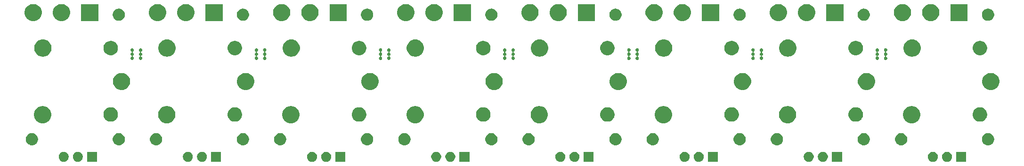
<source format=gbr>
G04 #@! TF.GenerationSoftware,KiCad,Pcbnew,5.1.5-52549c5~86~ubuntu19.10.1*
G04 #@! TF.CreationDate,2020-04-08T23:51:40+02:00*
G04 #@! TF.ProjectId,multi_CH,6d756c74-695f-4434-982e-6b696361645f,rev?*
G04 #@! TF.SameCoordinates,Original*
G04 #@! TF.FileFunction,Soldermask,Bot*
G04 #@! TF.FilePolarity,Negative*
%FSLAX46Y46*%
G04 Gerber Fmt 4.6, Leading zero omitted, Abs format (unit mm)*
G04 Created by KiCad (PCBNEW 5.1.5-52549c5~86~ubuntu19.10.1) date 2020-04-08 23:51:40*
%MOMM*%
%LPD*%
G04 APERTURE LIST*
%ADD10C,0.100000*%
G04 APERTURE END LIST*
D10*
G36*
X78307500Y-96913000D02*
G01*
X76505500Y-96913000D01*
X76505500Y-95111000D01*
X78307500Y-95111000D01*
X78307500Y-96913000D01*
G37*
G36*
X161720012Y-95115927D02*
G01*
X161869312Y-95145624D01*
X162033284Y-95213544D01*
X162180854Y-95312147D01*
X162306353Y-95437646D01*
X162404956Y-95585216D01*
X162472876Y-95749188D01*
X162507500Y-95923259D01*
X162507500Y-96100741D01*
X162472876Y-96274812D01*
X162404956Y-96438784D01*
X162306353Y-96586354D01*
X162180854Y-96711853D01*
X162033284Y-96810456D01*
X161869312Y-96878376D01*
X161720012Y-96908073D01*
X161695242Y-96913000D01*
X161517758Y-96913000D01*
X161492988Y-96908073D01*
X161343688Y-96878376D01*
X161179716Y-96810456D01*
X161032146Y-96711853D01*
X160906647Y-96586354D01*
X160808044Y-96438784D01*
X160740124Y-96274812D01*
X160705500Y-96100741D01*
X160705500Y-95923259D01*
X160740124Y-95749188D01*
X160808044Y-95585216D01*
X160906647Y-95437646D01*
X161032146Y-95312147D01*
X161179716Y-95213544D01*
X161343688Y-95145624D01*
X161492988Y-95115927D01*
X161517758Y-95111000D01*
X161695242Y-95111000D01*
X161720012Y-95115927D01*
G37*
G36*
X234547500Y-96913000D02*
G01*
X232745500Y-96913000D01*
X232745500Y-95111000D01*
X234547500Y-95111000D01*
X234547500Y-96913000D01*
G37*
G36*
X228680012Y-95115927D02*
G01*
X228829312Y-95145624D01*
X228993284Y-95213544D01*
X229140854Y-95312147D01*
X229266353Y-95437646D01*
X229364956Y-95585216D01*
X229432876Y-95749188D01*
X229467500Y-95923259D01*
X229467500Y-96100741D01*
X229432876Y-96274812D01*
X229364956Y-96438784D01*
X229266353Y-96586354D01*
X229140854Y-96711853D01*
X228993284Y-96810456D01*
X228829312Y-96878376D01*
X228680012Y-96908073D01*
X228655242Y-96913000D01*
X228477758Y-96913000D01*
X228452988Y-96908073D01*
X228303688Y-96878376D01*
X228139716Y-96810456D01*
X227992146Y-96711853D01*
X227866647Y-96586354D01*
X227768044Y-96438784D01*
X227700124Y-96274812D01*
X227665500Y-96100741D01*
X227665500Y-95923259D01*
X227700124Y-95749188D01*
X227768044Y-95585216D01*
X227866647Y-95437646D01*
X227992146Y-95312147D01*
X228139716Y-95213544D01*
X228303688Y-95145624D01*
X228452988Y-95115927D01*
X228477758Y-95111000D01*
X228655242Y-95111000D01*
X228680012Y-95115927D01*
G37*
G36*
X212227500Y-96913000D02*
G01*
X210425500Y-96913000D01*
X210425500Y-95111000D01*
X212227500Y-95111000D01*
X212227500Y-96913000D01*
G37*
G36*
X208900012Y-95115927D02*
G01*
X209049312Y-95145624D01*
X209213284Y-95213544D01*
X209360854Y-95312147D01*
X209486353Y-95437646D01*
X209584956Y-95585216D01*
X209652876Y-95749188D01*
X209687500Y-95923259D01*
X209687500Y-96100741D01*
X209652876Y-96274812D01*
X209584956Y-96438784D01*
X209486353Y-96586354D01*
X209360854Y-96711853D01*
X209213284Y-96810456D01*
X209049312Y-96878376D01*
X208900012Y-96908073D01*
X208875242Y-96913000D01*
X208697758Y-96913000D01*
X208672988Y-96908073D01*
X208523688Y-96878376D01*
X208359716Y-96810456D01*
X208212146Y-96711853D01*
X208086647Y-96586354D01*
X207988044Y-96438784D01*
X207920124Y-96274812D01*
X207885500Y-96100741D01*
X207885500Y-95923259D01*
X207920124Y-95749188D01*
X207988044Y-95585216D01*
X208086647Y-95437646D01*
X208212146Y-95312147D01*
X208359716Y-95213544D01*
X208523688Y-95145624D01*
X208672988Y-95115927D01*
X208697758Y-95111000D01*
X208875242Y-95111000D01*
X208900012Y-95115927D01*
G37*
G36*
X206360012Y-95115927D02*
G01*
X206509312Y-95145624D01*
X206673284Y-95213544D01*
X206820854Y-95312147D01*
X206946353Y-95437646D01*
X207044956Y-95585216D01*
X207112876Y-95749188D01*
X207147500Y-95923259D01*
X207147500Y-96100741D01*
X207112876Y-96274812D01*
X207044956Y-96438784D01*
X206946353Y-96586354D01*
X206820854Y-96711853D01*
X206673284Y-96810456D01*
X206509312Y-96878376D01*
X206360012Y-96908073D01*
X206335242Y-96913000D01*
X206157758Y-96913000D01*
X206132988Y-96908073D01*
X205983688Y-96878376D01*
X205819716Y-96810456D01*
X205672146Y-96711853D01*
X205546647Y-96586354D01*
X205448044Y-96438784D01*
X205380124Y-96274812D01*
X205345500Y-96100741D01*
X205345500Y-95923259D01*
X205380124Y-95749188D01*
X205448044Y-95585216D01*
X205546647Y-95437646D01*
X205672146Y-95312147D01*
X205819716Y-95213544D01*
X205983688Y-95145624D01*
X206132988Y-95115927D01*
X206157758Y-95111000D01*
X206335242Y-95111000D01*
X206360012Y-95115927D01*
G37*
G36*
X189907500Y-96913000D02*
G01*
X188105500Y-96913000D01*
X188105500Y-95111000D01*
X189907500Y-95111000D01*
X189907500Y-96913000D01*
G37*
G36*
X186580012Y-95115927D02*
G01*
X186729312Y-95145624D01*
X186893284Y-95213544D01*
X187040854Y-95312147D01*
X187166353Y-95437646D01*
X187264956Y-95585216D01*
X187332876Y-95749188D01*
X187367500Y-95923259D01*
X187367500Y-96100741D01*
X187332876Y-96274812D01*
X187264956Y-96438784D01*
X187166353Y-96586354D01*
X187040854Y-96711853D01*
X186893284Y-96810456D01*
X186729312Y-96878376D01*
X186580012Y-96908073D01*
X186555242Y-96913000D01*
X186377758Y-96913000D01*
X186352988Y-96908073D01*
X186203688Y-96878376D01*
X186039716Y-96810456D01*
X185892146Y-96711853D01*
X185766647Y-96586354D01*
X185668044Y-96438784D01*
X185600124Y-96274812D01*
X185565500Y-96100741D01*
X185565500Y-95923259D01*
X185600124Y-95749188D01*
X185668044Y-95585216D01*
X185766647Y-95437646D01*
X185892146Y-95312147D01*
X186039716Y-95213544D01*
X186203688Y-95145624D01*
X186352988Y-95115927D01*
X186377758Y-95111000D01*
X186555242Y-95111000D01*
X186580012Y-95115927D01*
G37*
G36*
X184040012Y-95115927D02*
G01*
X184189312Y-95145624D01*
X184353284Y-95213544D01*
X184500854Y-95312147D01*
X184626353Y-95437646D01*
X184724956Y-95585216D01*
X184792876Y-95749188D01*
X184827500Y-95923259D01*
X184827500Y-96100741D01*
X184792876Y-96274812D01*
X184724956Y-96438784D01*
X184626353Y-96586354D01*
X184500854Y-96711853D01*
X184353284Y-96810456D01*
X184189312Y-96878376D01*
X184040012Y-96908073D01*
X184015242Y-96913000D01*
X183837758Y-96913000D01*
X183812988Y-96908073D01*
X183663688Y-96878376D01*
X183499716Y-96810456D01*
X183352146Y-96711853D01*
X183226647Y-96586354D01*
X183128044Y-96438784D01*
X183060124Y-96274812D01*
X183025500Y-96100741D01*
X183025500Y-95923259D01*
X183060124Y-95749188D01*
X183128044Y-95585216D01*
X183226647Y-95437646D01*
X183352146Y-95312147D01*
X183499716Y-95213544D01*
X183663688Y-95145624D01*
X183812988Y-95115927D01*
X183837758Y-95111000D01*
X184015242Y-95111000D01*
X184040012Y-95115927D01*
G37*
G36*
X167587500Y-96913000D02*
G01*
X165785500Y-96913000D01*
X165785500Y-95111000D01*
X167587500Y-95111000D01*
X167587500Y-96913000D01*
G37*
G36*
X164260012Y-95115927D02*
G01*
X164409312Y-95145624D01*
X164573284Y-95213544D01*
X164720854Y-95312147D01*
X164846353Y-95437646D01*
X164944956Y-95585216D01*
X165012876Y-95749188D01*
X165047500Y-95923259D01*
X165047500Y-96100741D01*
X165012876Y-96274812D01*
X164944956Y-96438784D01*
X164846353Y-96586354D01*
X164720854Y-96711853D01*
X164573284Y-96810456D01*
X164409312Y-96878376D01*
X164260012Y-96908073D01*
X164235242Y-96913000D01*
X164057758Y-96913000D01*
X164032988Y-96908073D01*
X163883688Y-96878376D01*
X163719716Y-96810456D01*
X163572146Y-96711853D01*
X163446647Y-96586354D01*
X163348044Y-96438784D01*
X163280124Y-96274812D01*
X163245500Y-96100741D01*
X163245500Y-95923259D01*
X163280124Y-95749188D01*
X163348044Y-95585216D01*
X163446647Y-95437646D01*
X163572146Y-95312147D01*
X163719716Y-95213544D01*
X163883688Y-95145624D01*
X164032988Y-95115927D01*
X164057758Y-95111000D01*
X164235242Y-95111000D01*
X164260012Y-95115927D01*
G37*
G36*
X231220012Y-95115927D02*
G01*
X231369312Y-95145624D01*
X231533284Y-95213544D01*
X231680854Y-95312147D01*
X231806353Y-95437646D01*
X231904956Y-95585216D01*
X231972876Y-95749188D01*
X232007500Y-95923259D01*
X232007500Y-96100741D01*
X231972876Y-96274812D01*
X231904956Y-96438784D01*
X231806353Y-96586354D01*
X231680854Y-96711853D01*
X231533284Y-96810456D01*
X231369312Y-96878376D01*
X231220012Y-96908073D01*
X231195242Y-96913000D01*
X231017758Y-96913000D01*
X230992988Y-96908073D01*
X230843688Y-96878376D01*
X230679716Y-96810456D01*
X230532146Y-96711853D01*
X230406647Y-96586354D01*
X230308044Y-96438784D01*
X230240124Y-96274812D01*
X230205500Y-96100741D01*
X230205500Y-95923259D01*
X230240124Y-95749188D01*
X230308044Y-95585216D01*
X230406647Y-95437646D01*
X230532146Y-95312147D01*
X230679716Y-95213544D01*
X230843688Y-95145624D01*
X230992988Y-95115927D01*
X231017758Y-95111000D01*
X231195242Y-95111000D01*
X231220012Y-95115927D01*
G37*
G36*
X141940012Y-95115927D02*
G01*
X142089312Y-95145624D01*
X142253284Y-95213544D01*
X142400854Y-95312147D01*
X142526353Y-95437646D01*
X142624956Y-95585216D01*
X142692876Y-95749188D01*
X142727500Y-95923259D01*
X142727500Y-96100741D01*
X142692876Y-96274812D01*
X142624956Y-96438784D01*
X142526353Y-96586354D01*
X142400854Y-96711853D01*
X142253284Y-96810456D01*
X142089312Y-96878376D01*
X141940012Y-96908073D01*
X141915242Y-96913000D01*
X141737758Y-96913000D01*
X141712988Y-96908073D01*
X141563688Y-96878376D01*
X141399716Y-96810456D01*
X141252146Y-96711853D01*
X141126647Y-96586354D01*
X141028044Y-96438784D01*
X140960124Y-96274812D01*
X140925500Y-96100741D01*
X140925500Y-95923259D01*
X140960124Y-95749188D01*
X141028044Y-95585216D01*
X141126647Y-95437646D01*
X141252146Y-95312147D01*
X141399716Y-95213544D01*
X141563688Y-95145624D01*
X141712988Y-95115927D01*
X141737758Y-95111000D01*
X141915242Y-95111000D01*
X141940012Y-95115927D01*
G37*
G36*
X74980012Y-95115927D02*
G01*
X75129312Y-95145624D01*
X75293284Y-95213544D01*
X75440854Y-95312147D01*
X75566353Y-95437646D01*
X75664956Y-95585216D01*
X75732876Y-95749188D01*
X75767500Y-95923259D01*
X75767500Y-96100741D01*
X75732876Y-96274812D01*
X75664956Y-96438784D01*
X75566353Y-96586354D01*
X75440854Y-96711853D01*
X75293284Y-96810456D01*
X75129312Y-96878376D01*
X74980012Y-96908073D01*
X74955242Y-96913000D01*
X74777758Y-96913000D01*
X74752988Y-96908073D01*
X74603688Y-96878376D01*
X74439716Y-96810456D01*
X74292146Y-96711853D01*
X74166647Y-96586354D01*
X74068044Y-96438784D01*
X74000124Y-96274812D01*
X73965500Y-96100741D01*
X73965500Y-95923259D01*
X74000124Y-95749188D01*
X74068044Y-95585216D01*
X74166647Y-95437646D01*
X74292146Y-95312147D01*
X74439716Y-95213544D01*
X74603688Y-95145624D01*
X74752988Y-95115927D01*
X74777758Y-95111000D01*
X74955242Y-95111000D01*
X74980012Y-95115927D01*
G37*
G36*
X72440012Y-95115927D02*
G01*
X72589312Y-95145624D01*
X72753284Y-95213544D01*
X72900854Y-95312147D01*
X73026353Y-95437646D01*
X73124956Y-95585216D01*
X73192876Y-95749188D01*
X73227500Y-95923259D01*
X73227500Y-96100741D01*
X73192876Y-96274812D01*
X73124956Y-96438784D01*
X73026353Y-96586354D01*
X72900854Y-96711853D01*
X72753284Y-96810456D01*
X72589312Y-96878376D01*
X72440012Y-96908073D01*
X72415242Y-96913000D01*
X72237758Y-96913000D01*
X72212988Y-96908073D01*
X72063688Y-96878376D01*
X71899716Y-96810456D01*
X71752146Y-96711853D01*
X71626647Y-96586354D01*
X71528044Y-96438784D01*
X71460124Y-96274812D01*
X71425500Y-96100741D01*
X71425500Y-95923259D01*
X71460124Y-95749188D01*
X71528044Y-95585216D01*
X71626647Y-95437646D01*
X71752146Y-95312147D01*
X71899716Y-95213544D01*
X72063688Y-95145624D01*
X72212988Y-95115927D01*
X72237758Y-95111000D01*
X72415242Y-95111000D01*
X72440012Y-95115927D01*
G37*
G36*
X94760012Y-95115927D02*
G01*
X94909312Y-95145624D01*
X95073284Y-95213544D01*
X95220854Y-95312147D01*
X95346353Y-95437646D01*
X95444956Y-95585216D01*
X95512876Y-95749188D01*
X95547500Y-95923259D01*
X95547500Y-96100741D01*
X95512876Y-96274812D01*
X95444956Y-96438784D01*
X95346353Y-96586354D01*
X95220854Y-96711853D01*
X95073284Y-96810456D01*
X94909312Y-96878376D01*
X94760012Y-96908073D01*
X94735242Y-96913000D01*
X94557758Y-96913000D01*
X94532988Y-96908073D01*
X94383688Y-96878376D01*
X94219716Y-96810456D01*
X94072146Y-96711853D01*
X93946647Y-96586354D01*
X93848044Y-96438784D01*
X93780124Y-96274812D01*
X93745500Y-96100741D01*
X93745500Y-95923259D01*
X93780124Y-95749188D01*
X93848044Y-95585216D01*
X93946647Y-95437646D01*
X94072146Y-95312147D01*
X94219716Y-95213544D01*
X94383688Y-95145624D01*
X94532988Y-95115927D01*
X94557758Y-95111000D01*
X94735242Y-95111000D01*
X94760012Y-95115927D01*
G37*
G36*
X97300012Y-95115927D02*
G01*
X97449312Y-95145624D01*
X97613284Y-95213544D01*
X97760854Y-95312147D01*
X97886353Y-95437646D01*
X97984956Y-95585216D01*
X98052876Y-95749188D01*
X98087500Y-95923259D01*
X98087500Y-96100741D01*
X98052876Y-96274812D01*
X97984956Y-96438784D01*
X97886353Y-96586354D01*
X97760854Y-96711853D01*
X97613284Y-96810456D01*
X97449312Y-96878376D01*
X97300012Y-96908073D01*
X97275242Y-96913000D01*
X97097758Y-96913000D01*
X97072988Y-96908073D01*
X96923688Y-96878376D01*
X96759716Y-96810456D01*
X96612146Y-96711853D01*
X96486647Y-96586354D01*
X96388044Y-96438784D01*
X96320124Y-96274812D01*
X96285500Y-96100741D01*
X96285500Y-95923259D01*
X96320124Y-95749188D01*
X96388044Y-95585216D01*
X96486647Y-95437646D01*
X96612146Y-95312147D01*
X96759716Y-95213544D01*
X96923688Y-95145624D01*
X97072988Y-95115927D01*
X97097758Y-95111000D01*
X97275242Y-95111000D01*
X97300012Y-95115927D01*
G37*
G36*
X100627500Y-96913000D02*
G01*
X98825500Y-96913000D01*
X98825500Y-95111000D01*
X100627500Y-95111000D01*
X100627500Y-96913000D01*
G37*
G36*
X117080012Y-95115927D02*
G01*
X117229312Y-95145624D01*
X117393284Y-95213544D01*
X117540854Y-95312147D01*
X117666353Y-95437646D01*
X117764956Y-95585216D01*
X117832876Y-95749188D01*
X117867500Y-95923259D01*
X117867500Y-96100741D01*
X117832876Y-96274812D01*
X117764956Y-96438784D01*
X117666353Y-96586354D01*
X117540854Y-96711853D01*
X117393284Y-96810456D01*
X117229312Y-96878376D01*
X117080012Y-96908073D01*
X117055242Y-96913000D01*
X116877758Y-96913000D01*
X116852988Y-96908073D01*
X116703688Y-96878376D01*
X116539716Y-96810456D01*
X116392146Y-96711853D01*
X116266647Y-96586354D01*
X116168044Y-96438784D01*
X116100124Y-96274812D01*
X116065500Y-96100741D01*
X116065500Y-95923259D01*
X116100124Y-95749188D01*
X116168044Y-95585216D01*
X116266647Y-95437646D01*
X116392146Y-95312147D01*
X116539716Y-95213544D01*
X116703688Y-95145624D01*
X116852988Y-95115927D01*
X116877758Y-95111000D01*
X117055242Y-95111000D01*
X117080012Y-95115927D01*
G37*
G36*
X119620012Y-95115927D02*
G01*
X119769312Y-95145624D01*
X119933284Y-95213544D01*
X120080854Y-95312147D01*
X120206353Y-95437646D01*
X120304956Y-95585216D01*
X120372876Y-95749188D01*
X120407500Y-95923259D01*
X120407500Y-96100741D01*
X120372876Y-96274812D01*
X120304956Y-96438784D01*
X120206353Y-96586354D01*
X120080854Y-96711853D01*
X119933284Y-96810456D01*
X119769312Y-96878376D01*
X119620012Y-96908073D01*
X119595242Y-96913000D01*
X119417758Y-96913000D01*
X119392988Y-96908073D01*
X119243688Y-96878376D01*
X119079716Y-96810456D01*
X118932146Y-96711853D01*
X118806647Y-96586354D01*
X118708044Y-96438784D01*
X118640124Y-96274812D01*
X118605500Y-96100741D01*
X118605500Y-95923259D01*
X118640124Y-95749188D01*
X118708044Y-95585216D01*
X118806647Y-95437646D01*
X118932146Y-95312147D01*
X119079716Y-95213544D01*
X119243688Y-95145624D01*
X119392988Y-95115927D01*
X119417758Y-95111000D01*
X119595242Y-95111000D01*
X119620012Y-95115927D01*
G37*
G36*
X122947500Y-96913000D02*
G01*
X121145500Y-96913000D01*
X121145500Y-95111000D01*
X122947500Y-95111000D01*
X122947500Y-96913000D01*
G37*
G36*
X139400012Y-95115927D02*
G01*
X139549312Y-95145624D01*
X139713284Y-95213544D01*
X139860854Y-95312147D01*
X139986353Y-95437646D01*
X140084956Y-95585216D01*
X140152876Y-95749188D01*
X140187500Y-95923259D01*
X140187500Y-96100741D01*
X140152876Y-96274812D01*
X140084956Y-96438784D01*
X139986353Y-96586354D01*
X139860854Y-96711853D01*
X139713284Y-96810456D01*
X139549312Y-96878376D01*
X139400012Y-96908073D01*
X139375242Y-96913000D01*
X139197758Y-96913000D01*
X139172988Y-96908073D01*
X139023688Y-96878376D01*
X138859716Y-96810456D01*
X138712146Y-96711853D01*
X138586647Y-96586354D01*
X138488044Y-96438784D01*
X138420124Y-96274812D01*
X138385500Y-96100741D01*
X138385500Y-95923259D01*
X138420124Y-95749188D01*
X138488044Y-95585216D01*
X138586647Y-95437646D01*
X138712146Y-95312147D01*
X138859716Y-95213544D01*
X139023688Y-95145624D01*
X139172988Y-95115927D01*
X139197758Y-95111000D01*
X139375242Y-95111000D01*
X139400012Y-95115927D01*
G37*
G36*
X145267500Y-96913000D02*
G01*
X143465500Y-96913000D01*
X143465500Y-95111000D01*
X145267500Y-95111000D01*
X145267500Y-96913000D01*
G37*
G36*
X82447294Y-91757155D02*
G01*
X82553650Y-91778311D01*
X82754020Y-91861307D01*
X82934344Y-91981795D01*
X83087705Y-92135156D01*
X83208193Y-92315480D01*
X83291189Y-92515851D01*
X83333500Y-92728560D01*
X83333500Y-92945440D01*
X83291189Y-93158149D01*
X83208193Y-93358520D01*
X83087705Y-93538844D01*
X82934344Y-93692205D01*
X82754020Y-93812693D01*
X82653834Y-93854191D01*
X82553650Y-93895689D01*
X82447295Y-93916844D01*
X82340940Y-93938000D01*
X82124060Y-93938000D01*
X82017705Y-93916844D01*
X81911350Y-93895689D01*
X81710980Y-93812693D01*
X81530656Y-93692205D01*
X81377295Y-93538844D01*
X81256807Y-93358520D01*
X81173811Y-93158149D01*
X81131500Y-92945440D01*
X81131500Y-92728560D01*
X81173811Y-92515851D01*
X81256807Y-92315480D01*
X81377295Y-92135156D01*
X81530656Y-91981795D01*
X81710980Y-91861307D01*
X81911350Y-91778311D01*
X82017706Y-91757155D01*
X82124060Y-91736000D01*
X82340940Y-91736000D01*
X82447294Y-91757155D01*
G37*
G36*
X178426294Y-91757155D02*
G01*
X178532650Y-91778311D01*
X178733020Y-91861307D01*
X178913344Y-91981795D01*
X179066705Y-92135156D01*
X179187193Y-92315480D01*
X179270189Y-92515851D01*
X179312500Y-92728560D01*
X179312500Y-92945440D01*
X179270189Y-93158149D01*
X179187193Y-93358520D01*
X179066705Y-93538844D01*
X178913344Y-93692205D01*
X178733020Y-93812693D01*
X178632834Y-93854191D01*
X178532650Y-93895689D01*
X178426295Y-93916844D01*
X178319940Y-93938000D01*
X178103060Y-93938000D01*
X177996705Y-93916844D01*
X177890350Y-93895689D01*
X177689980Y-93812693D01*
X177509656Y-93692205D01*
X177356295Y-93538844D01*
X177235807Y-93358520D01*
X177152811Y-93158149D01*
X177110500Y-92945440D01*
X177110500Y-92728560D01*
X177152811Y-92515851D01*
X177235807Y-92315480D01*
X177356295Y-92135156D01*
X177509656Y-91981795D01*
X177689980Y-91861307D01*
X177890350Y-91778311D01*
X177996706Y-91757155D01*
X178103060Y-91736000D01*
X178319940Y-91736000D01*
X178426294Y-91757155D01*
G37*
G36*
X156106294Y-91757155D02*
G01*
X156212650Y-91778311D01*
X156413020Y-91861307D01*
X156593344Y-91981795D01*
X156746705Y-92135156D01*
X156867193Y-92315480D01*
X156950189Y-92515851D01*
X156992500Y-92728560D01*
X156992500Y-92945440D01*
X156950189Y-93158149D01*
X156867193Y-93358520D01*
X156746705Y-93538844D01*
X156593344Y-93692205D01*
X156413020Y-93812693D01*
X156312834Y-93854191D01*
X156212650Y-93895689D01*
X156106295Y-93916844D01*
X155999940Y-93938000D01*
X155783060Y-93938000D01*
X155676705Y-93916844D01*
X155570350Y-93895689D01*
X155369980Y-93812693D01*
X155189656Y-93692205D01*
X155036295Y-93538844D01*
X154915807Y-93358520D01*
X154832811Y-93158149D01*
X154790500Y-92945440D01*
X154790500Y-92728560D01*
X154832811Y-92515851D01*
X154915807Y-92315480D01*
X155036295Y-92135156D01*
X155189656Y-91981795D01*
X155369980Y-91861307D01*
X155570350Y-91778311D01*
X155676706Y-91757155D01*
X155783060Y-91736000D01*
X155999940Y-91736000D01*
X156106294Y-91757155D01*
G37*
G36*
X133786294Y-91757155D02*
G01*
X133892650Y-91778311D01*
X134093020Y-91861307D01*
X134273344Y-91981795D01*
X134426705Y-92135156D01*
X134547193Y-92315480D01*
X134630189Y-92515851D01*
X134672500Y-92728560D01*
X134672500Y-92945440D01*
X134630189Y-93158149D01*
X134547193Y-93358520D01*
X134426705Y-93538844D01*
X134273344Y-93692205D01*
X134093020Y-93812693D01*
X133992834Y-93854191D01*
X133892650Y-93895689D01*
X133786295Y-93916844D01*
X133679940Y-93938000D01*
X133463060Y-93938000D01*
X133356705Y-93916844D01*
X133250350Y-93895689D01*
X133049980Y-93812693D01*
X132869656Y-93692205D01*
X132716295Y-93538844D01*
X132595807Y-93358520D01*
X132512811Y-93158149D01*
X132470500Y-92945440D01*
X132470500Y-92728560D01*
X132512811Y-92515851D01*
X132595807Y-92315480D01*
X132716295Y-92135156D01*
X132869656Y-91981795D01*
X133049980Y-91861307D01*
X133250350Y-91778311D01*
X133356706Y-91757155D01*
X133463060Y-91736000D01*
X133679940Y-91736000D01*
X133786294Y-91757155D01*
G37*
G36*
X111466294Y-91757155D02*
G01*
X111572650Y-91778311D01*
X111773020Y-91861307D01*
X111953344Y-91981795D01*
X112106705Y-92135156D01*
X112227193Y-92315480D01*
X112310189Y-92515851D01*
X112352500Y-92728560D01*
X112352500Y-92945440D01*
X112310189Y-93158149D01*
X112227193Y-93358520D01*
X112106705Y-93538844D01*
X111953344Y-93692205D01*
X111773020Y-93812693D01*
X111672834Y-93854191D01*
X111572650Y-93895689D01*
X111466295Y-93916844D01*
X111359940Y-93938000D01*
X111143060Y-93938000D01*
X111036705Y-93916844D01*
X110930350Y-93895689D01*
X110729980Y-93812693D01*
X110549656Y-93692205D01*
X110396295Y-93538844D01*
X110275807Y-93358520D01*
X110192811Y-93158149D01*
X110150500Y-92945440D01*
X110150500Y-92728560D01*
X110192811Y-92515851D01*
X110275807Y-92315480D01*
X110396295Y-92135156D01*
X110549656Y-91981795D01*
X110729980Y-91861307D01*
X110930350Y-91778311D01*
X111036706Y-91757155D01*
X111143060Y-91736000D01*
X111359940Y-91736000D01*
X111466294Y-91757155D01*
G37*
G36*
X89146294Y-91757155D02*
G01*
X89252650Y-91778311D01*
X89453020Y-91861307D01*
X89633344Y-91981795D01*
X89786705Y-92135156D01*
X89907193Y-92315480D01*
X89990189Y-92515851D01*
X90032500Y-92728560D01*
X90032500Y-92945440D01*
X89990189Y-93158149D01*
X89907193Y-93358520D01*
X89786705Y-93538844D01*
X89633344Y-93692205D01*
X89453020Y-93812693D01*
X89352834Y-93854191D01*
X89252650Y-93895689D01*
X89146295Y-93916844D01*
X89039940Y-93938000D01*
X88823060Y-93938000D01*
X88716705Y-93916844D01*
X88610350Y-93895689D01*
X88409980Y-93812693D01*
X88229656Y-93692205D01*
X88076295Y-93538844D01*
X87955807Y-93358520D01*
X87872811Y-93158149D01*
X87830500Y-92945440D01*
X87830500Y-92728560D01*
X87872811Y-92515851D01*
X87955807Y-92315480D01*
X88076295Y-92135156D01*
X88229656Y-91981795D01*
X88409980Y-91861307D01*
X88610350Y-91778311D01*
X88716706Y-91757155D01*
X88823060Y-91736000D01*
X89039940Y-91736000D01*
X89146294Y-91757155D01*
G37*
G36*
X216367294Y-91757155D02*
G01*
X216473650Y-91778311D01*
X216674020Y-91861307D01*
X216854344Y-91981795D01*
X217007705Y-92135156D01*
X217128193Y-92315480D01*
X217211189Y-92515851D01*
X217253500Y-92728560D01*
X217253500Y-92945440D01*
X217211189Y-93158149D01*
X217128193Y-93358520D01*
X217007705Y-93538844D01*
X216854344Y-93692205D01*
X216674020Y-93812693D01*
X216573834Y-93854191D01*
X216473650Y-93895689D01*
X216367295Y-93916844D01*
X216260940Y-93938000D01*
X216044060Y-93938000D01*
X215937705Y-93916844D01*
X215831350Y-93895689D01*
X215630980Y-93812693D01*
X215450656Y-93692205D01*
X215297295Y-93538844D01*
X215176807Y-93358520D01*
X215093811Y-93158149D01*
X215051500Y-92945440D01*
X215051500Y-92728560D01*
X215093811Y-92515851D01*
X215176807Y-92315480D01*
X215297295Y-92135156D01*
X215450656Y-91981795D01*
X215630980Y-91861307D01*
X215831350Y-91778311D01*
X215937706Y-91757155D01*
X216044060Y-91736000D01*
X216260940Y-91736000D01*
X216367294Y-91757155D01*
G37*
G36*
X194047294Y-91757155D02*
G01*
X194153650Y-91778311D01*
X194354020Y-91861307D01*
X194534344Y-91981795D01*
X194687705Y-92135156D01*
X194808193Y-92315480D01*
X194891189Y-92515851D01*
X194933500Y-92728560D01*
X194933500Y-92945440D01*
X194891189Y-93158149D01*
X194808193Y-93358520D01*
X194687705Y-93538844D01*
X194534344Y-93692205D01*
X194354020Y-93812693D01*
X194253834Y-93854191D01*
X194153650Y-93895689D01*
X194047295Y-93916844D01*
X193940940Y-93938000D01*
X193724060Y-93938000D01*
X193617705Y-93916844D01*
X193511350Y-93895689D01*
X193310980Y-93812693D01*
X193130656Y-93692205D01*
X192977295Y-93538844D01*
X192856807Y-93358520D01*
X192773811Y-93158149D01*
X192731500Y-92945440D01*
X192731500Y-92728560D01*
X192773811Y-92515851D01*
X192856807Y-92315480D01*
X192977295Y-92135156D01*
X193130656Y-91981795D01*
X193310980Y-91861307D01*
X193511350Y-91778311D01*
X193617706Y-91757155D01*
X193724060Y-91736000D01*
X193940940Y-91736000D01*
X194047294Y-91757155D01*
G37*
G36*
X238687294Y-91757155D02*
G01*
X238793650Y-91778311D01*
X238994020Y-91861307D01*
X239174344Y-91981795D01*
X239327705Y-92135156D01*
X239448193Y-92315480D01*
X239531189Y-92515851D01*
X239573500Y-92728560D01*
X239573500Y-92945440D01*
X239531189Y-93158149D01*
X239448193Y-93358520D01*
X239327705Y-93538844D01*
X239174344Y-93692205D01*
X238994020Y-93812693D01*
X238893834Y-93854191D01*
X238793650Y-93895689D01*
X238687295Y-93916844D01*
X238580940Y-93938000D01*
X238364060Y-93938000D01*
X238257705Y-93916844D01*
X238151350Y-93895689D01*
X237950980Y-93812693D01*
X237770656Y-93692205D01*
X237617295Y-93538844D01*
X237496807Y-93358520D01*
X237413811Y-93158149D01*
X237371500Y-92945440D01*
X237371500Y-92728560D01*
X237413811Y-92515851D01*
X237496807Y-92315480D01*
X237617295Y-92135156D01*
X237770656Y-91981795D01*
X237950980Y-91861307D01*
X238151350Y-91778311D01*
X238257706Y-91757155D01*
X238364060Y-91736000D01*
X238580940Y-91736000D01*
X238687294Y-91757155D01*
G37*
G36*
X171727294Y-91757155D02*
G01*
X171833650Y-91778311D01*
X172034020Y-91861307D01*
X172214344Y-91981795D01*
X172367705Y-92135156D01*
X172488193Y-92315480D01*
X172571189Y-92515851D01*
X172613500Y-92728560D01*
X172613500Y-92945440D01*
X172571189Y-93158149D01*
X172488193Y-93358520D01*
X172367705Y-93538844D01*
X172214344Y-93692205D01*
X172034020Y-93812693D01*
X171933834Y-93854191D01*
X171833650Y-93895689D01*
X171727295Y-93916844D01*
X171620940Y-93938000D01*
X171404060Y-93938000D01*
X171297705Y-93916844D01*
X171191350Y-93895689D01*
X170990980Y-93812693D01*
X170810656Y-93692205D01*
X170657295Y-93538844D01*
X170536807Y-93358520D01*
X170453811Y-93158149D01*
X170411500Y-92945440D01*
X170411500Y-92728560D01*
X170453811Y-92515851D01*
X170536807Y-92315480D01*
X170657295Y-92135156D01*
X170810656Y-91981795D01*
X170990980Y-91861307D01*
X171191350Y-91778311D01*
X171297706Y-91757155D01*
X171404060Y-91736000D01*
X171620940Y-91736000D01*
X171727294Y-91757155D01*
G37*
G36*
X66826294Y-91757155D02*
G01*
X66932650Y-91778311D01*
X67133020Y-91861307D01*
X67313344Y-91981795D01*
X67466705Y-92135156D01*
X67587193Y-92315480D01*
X67670189Y-92515851D01*
X67712500Y-92728560D01*
X67712500Y-92945440D01*
X67670189Y-93158149D01*
X67587193Y-93358520D01*
X67466705Y-93538844D01*
X67313344Y-93692205D01*
X67133020Y-93812693D01*
X67032834Y-93854191D01*
X66932650Y-93895689D01*
X66826295Y-93916844D01*
X66719940Y-93938000D01*
X66503060Y-93938000D01*
X66396705Y-93916844D01*
X66290350Y-93895689D01*
X66089980Y-93812693D01*
X65909656Y-93692205D01*
X65756295Y-93538844D01*
X65635807Y-93358520D01*
X65552811Y-93158149D01*
X65510500Y-92945440D01*
X65510500Y-92728560D01*
X65552811Y-92515851D01*
X65635807Y-92315480D01*
X65756295Y-92135156D01*
X65909656Y-91981795D01*
X66089980Y-91861307D01*
X66290350Y-91778311D01*
X66396706Y-91757155D01*
X66503060Y-91736000D01*
X66719940Y-91736000D01*
X66826294Y-91757155D01*
G37*
G36*
X104767294Y-91757155D02*
G01*
X104873650Y-91778311D01*
X105074020Y-91861307D01*
X105254344Y-91981795D01*
X105407705Y-92135156D01*
X105528193Y-92315480D01*
X105611189Y-92515851D01*
X105653500Y-92728560D01*
X105653500Y-92945440D01*
X105611189Y-93158149D01*
X105528193Y-93358520D01*
X105407705Y-93538844D01*
X105254344Y-93692205D01*
X105074020Y-93812693D01*
X104973834Y-93854191D01*
X104873650Y-93895689D01*
X104767295Y-93916844D01*
X104660940Y-93938000D01*
X104444060Y-93938000D01*
X104337705Y-93916844D01*
X104231350Y-93895689D01*
X104030980Y-93812693D01*
X103850656Y-93692205D01*
X103697295Y-93538844D01*
X103576807Y-93358520D01*
X103493811Y-93158149D01*
X103451500Y-92945440D01*
X103451500Y-92728560D01*
X103493811Y-92515851D01*
X103576807Y-92315480D01*
X103697295Y-92135156D01*
X103850656Y-91981795D01*
X104030980Y-91861307D01*
X104231350Y-91778311D01*
X104337706Y-91757155D01*
X104444060Y-91736000D01*
X104660940Y-91736000D01*
X104767294Y-91757155D01*
G37*
G36*
X127087294Y-91757155D02*
G01*
X127193650Y-91778311D01*
X127394020Y-91861307D01*
X127574344Y-91981795D01*
X127727705Y-92135156D01*
X127848193Y-92315480D01*
X127931189Y-92515851D01*
X127973500Y-92728560D01*
X127973500Y-92945440D01*
X127931189Y-93158149D01*
X127848193Y-93358520D01*
X127727705Y-93538844D01*
X127574344Y-93692205D01*
X127394020Y-93812693D01*
X127293834Y-93854191D01*
X127193650Y-93895689D01*
X127087295Y-93916844D01*
X126980940Y-93938000D01*
X126764060Y-93938000D01*
X126657705Y-93916844D01*
X126551350Y-93895689D01*
X126350980Y-93812693D01*
X126170656Y-93692205D01*
X126017295Y-93538844D01*
X125896807Y-93358520D01*
X125813811Y-93158149D01*
X125771500Y-92945440D01*
X125771500Y-92728560D01*
X125813811Y-92515851D01*
X125896807Y-92315480D01*
X126017295Y-92135156D01*
X126170656Y-91981795D01*
X126350980Y-91861307D01*
X126551350Y-91778311D01*
X126657706Y-91757155D01*
X126764060Y-91736000D01*
X126980940Y-91736000D01*
X127087294Y-91757155D01*
G37*
G36*
X223066294Y-91757155D02*
G01*
X223172650Y-91778311D01*
X223373020Y-91861307D01*
X223553344Y-91981795D01*
X223706705Y-92135156D01*
X223827193Y-92315480D01*
X223910189Y-92515851D01*
X223952500Y-92728560D01*
X223952500Y-92945440D01*
X223910189Y-93158149D01*
X223827193Y-93358520D01*
X223706705Y-93538844D01*
X223553344Y-93692205D01*
X223373020Y-93812693D01*
X223272834Y-93854191D01*
X223172650Y-93895689D01*
X223066295Y-93916844D01*
X222959940Y-93938000D01*
X222743060Y-93938000D01*
X222636705Y-93916844D01*
X222530350Y-93895689D01*
X222329980Y-93812693D01*
X222149656Y-93692205D01*
X221996295Y-93538844D01*
X221875807Y-93358520D01*
X221792811Y-93158149D01*
X221750500Y-92945440D01*
X221750500Y-92728560D01*
X221792811Y-92515851D01*
X221875807Y-92315480D01*
X221996295Y-92135156D01*
X222149656Y-91981795D01*
X222329980Y-91861307D01*
X222530350Y-91778311D01*
X222636706Y-91757155D01*
X222743060Y-91736000D01*
X222959940Y-91736000D01*
X223066294Y-91757155D01*
G37*
G36*
X149407294Y-91757155D02*
G01*
X149513650Y-91778311D01*
X149714020Y-91861307D01*
X149894344Y-91981795D01*
X150047705Y-92135156D01*
X150168193Y-92315480D01*
X150251189Y-92515851D01*
X150293500Y-92728560D01*
X150293500Y-92945440D01*
X150251189Y-93158149D01*
X150168193Y-93358520D01*
X150047705Y-93538844D01*
X149894344Y-93692205D01*
X149714020Y-93812693D01*
X149613834Y-93854191D01*
X149513650Y-93895689D01*
X149407295Y-93916844D01*
X149300940Y-93938000D01*
X149084060Y-93938000D01*
X148977705Y-93916844D01*
X148871350Y-93895689D01*
X148670980Y-93812693D01*
X148490656Y-93692205D01*
X148337295Y-93538844D01*
X148216807Y-93358520D01*
X148133811Y-93158149D01*
X148091500Y-92945440D01*
X148091500Y-92728560D01*
X148133811Y-92515851D01*
X148216807Y-92315480D01*
X148337295Y-92135156D01*
X148490656Y-91981795D01*
X148670980Y-91861307D01*
X148871350Y-91778311D01*
X148977706Y-91757155D01*
X149084060Y-91736000D01*
X149300940Y-91736000D01*
X149407294Y-91757155D01*
G37*
G36*
X200746294Y-91757155D02*
G01*
X200852650Y-91778311D01*
X201053020Y-91861307D01*
X201233344Y-91981795D01*
X201386705Y-92135156D01*
X201507193Y-92315480D01*
X201590189Y-92515851D01*
X201632500Y-92728560D01*
X201632500Y-92945440D01*
X201590189Y-93158149D01*
X201507193Y-93358520D01*
X201386705Y-93538844D01*
X201233344Y-93692205D01*
X201053020Y-93812693D01*
X200952834Y-93854191D01*
X200852650Y-93895689D01*
X200746295Y-93916844D01*
X200639940Y-93938000D01*
X200423060Y-93938000D01*
X200316705Y-93916844D01*
X200210350Y-93895689D01*
X200009980Y-93812693D01*
X199829656Y-93692205D01*
X199676295Y-93538844D01*
X199555807Y-93358520D01*
X199472811Y-93158149D01*
X199430500Y-92945440D01*
X199430500Y-92728560D01*
X199472811Y-92515851D01*
X199555807Y-92315480D01*
X199676295Y-92135156D01*
X199829656Y-91981795D01*
X200009980Y-91861307D01*
X200210350Y-91778311D01*
X200316706Y-91757155D01*
X200423060Y-91736000D01*
X200639940Y-91736000D01*
X200746294Y-91757155D01*
G37*
G36*
X135794085Y-86901802D02*
G01*
X135943910Y-86931604D01*
X136226174Y-87048521D01*
X136480205Y-87218259D01*
X136696241Y-87434295D01*
X136865979Y-87688326D01*
X136982896Y-87970590D01*
X137042500Y-88270240D01*
X137042500Y-88575760D01*
X136982896Y-88875410D01*
X136865979Y-89157674D01*
X136696241Y-89411705D01*
X136480205Y-89627741D01*
X136226174Y-89797479D01*
X135943910Y-89914396D01*
X135794085Y-89944198D01*
X135644261Y-89974000D01*
X135338739Y-89974000D01*
X135188915Y-89944198D01*
X135039090Y-89914396D01*
X134756826Y-89797479D01*
X134502795Y-89627741D01*
X134286759Y-89411705D01*
X134117021Y-89157674D01*
X134000104Y-88875410D01*
X133940500Y-88575760D01*
X133940500Y-88270240D01*
X134000104Y-87970590D01*
X134117021Y-87688326D01*
X134286759Y-87434295D01*
X134502795Y-87218259D01*
X134756826Y-87048521D01*
X135039090Y-86931604D01*
X135188915Y-86901802D01*
X135338739Y-86872000D01*
X135644261Y-86872000D01*
X135794085Y-86901802D01*
G37*
G36*
X91154085Y-86901802D02*
G01*
X91303910Y-86931604D01*
X91586174Y-87048521D01*
X91840205Y-87218259D01*
X92056241Y-87434295D01*
X92225979Y-87688326D01*
X92342896Y-87970590D01*
X92402500Y-88270240D01*
X92402500Y-88575760D01*
X92342896Y-88875410D01*
X92225979Y-89157674D01*
X92056241Y-89411705D01*
X91840205Y-89627741D01*
X91586174Y-89797479D01*
X91303910Y-89914396D01*
X91154085Y-89944198D01*
X91004261Y-89974000D01*
X90698739Y-89974000D01*
X90548915Y-89944198D01*
X90399090Y-89914396D01*
X90116826Y-89797479D01*
X89862795Y-89627741D01*
X89646759Y-89411705D01*
X89477021Y-89157674D01*
X89360104Y-88875410D01*
X89300500Y-88575760D01*
X89300500Y-88270240D01*
X89360104Y-87970590D01*
X89477021Y-87688326D01*
X89646759Y-87434295D01*
X89862795Y-87218259D01*
X90116826Y-87048521D01*
X90399090Y-86931604D01*
X90548915Y-86901802D01*
X90698739Y-86872000D01*
X91004261Y-86872000D01*
X91154085Y-86901802D01*
G37*
G36*
X158114085Y-86901802D02*
G01*
X158263910Y-86931604D01*
X158546174Y-87048521D01*
X158800205Y-87218259D01*
X159016241Y-87434295D01*
X159185979Y-87688326D01*
X159302896Y-87970590D01*
X159362500Y-88270240D01*
X159362500Y-88575760D01*
X159302896Y-88875410D01*
X159185979Y-89157674D01*
X159016241Y-89411705D01*
X158800205Y-89627741D01*
X158546174Y-89797479D01*
X158263910Y-89914396D01*
X158114085Y-89944198D01*
X157964261Y-89974000D01*
X157658739Y-89974000D01*
X157508915Y-89944198D01*
X157359090Y-89914396D01*
X157076826Y-89797479D01*
X156822795Y-89627741D01*
X156606759Y-89411705D01*
X156437021Y-89157674D01*
X156320104Y-88875410D01*
X156260500Y-88575760D01*
X156260500Y-88270240D01*
X156320104Y-87970590D01*
X156437021Y-87688326D01*
X156606759Y-87434295D01*
X156822795Y-87218259D01*
X157076826Y-87048521D01*
X157359090Y-86931604D01*
X157508915Y-86901802D01*
X157658739Y-86872000D01*
X157964261Y-86872000D01*
X158114085Y-86901802D01*
G37*
G36*
X180434085Y-86901802D02*
G01*
X180583910Y-86931604D01*
X180866174Y-87048521D01*
X181120205Y-87218259D01*
X181336241Y-87434295D01*
X181505979Y-87688326D01*
X181622896Y-87970590D01*
X181682500Y-88270240D01*
X181682500Y-88575760D01*
X181622896Y-88875410D01*
X181505979Y-89157674D01*
X181336241Y-89411705D01*
X181120205Y-89627741D01*
X180866174Y-89797479D01*
X180583910Y-89914396D01*
X180434085Y-89944198D01*
X180284261Y-89974000D01*
X179978739Y-89974000D01*
X179828915Y-89944198D01*
X179679090Y-89914396D01*
X179396826Y-89797479D01*
X179142795Y-89627741D01*
X178926759Y-89411705D01*
X178757021Y-89157674D01*
X178640104Y-88875410D01*
X178580500Y-88575760D01*
X178580500Y-88270240D01*
X178640104Y-87970590D01*
X178757021Y-87688326D01*
X178926759Y-87434295D01*
X179142795Y-87218259D01*
X179396826Y-87048521D01*
X179679090Y-86931604D01*
X179828915Y-86901802D01*
X179978739Y-86872000D01*
X180284261Y-86872000D01*
X180434085Y-86901802D01*
G37*
G36*
X202754085Y-86901802D02*
G01*
X202903910Y-86931604D01*
X203186174Y-87048521D01*
X203440205Y-87218259D01*
X203656241Y-87434295D01*
X203825979Y-87688326D01*
X203942896Y-87970590D01*
X204002500Y-88270240D01*
X204002500Y-88575760D01*
X203942896Y-88875410D01*
X203825979Y-89157674D01*
X203656241Y-89411705D01*
X203440205Y-89627741D01*
X203186174Y-89797479D01*
X202903910Y-89914396D01*
X202754085Y-89944198D01*
X202604261Y-89974000D01*
X202298739Y-89974000D01*
X202148915Y-89944198D01*
X201999090Y-89914396D01*
X201716826Y-89797479D01*
X201462795Y-89627741D01*
X201246759Y-89411705D01*
X201077021Y-89157674D01*
X200960104Y-88875410D01*
X200900500Y-88575760D01*
X200900500Y-88270240D01*
X200960104Y-87970590D01*
X201077021Y-87688326D01*
X201246759Y-87434295D01*
X201462795Y-87218259D01*
X201716826Y-87048521D01*
X201999090Y-86931604D01*
X202148915Y-86901802D01*
X202298739Y-86872000D01*
X202604261Y-86872000D01*
X202754085Y-86901802D01*
G37*
G36*
X225074085Y-86901802D02*
G01*
X225223910Y-86931604D01*
X225506174Y-87048521D01*
X225760205Y-87218259D01*
X225976241Y-87434295D01*
X226145979Y-87688326D01*
X226262896Y-87970590D01*
X226322500Y-88270240D01*
X226322500Y-88575760D01*
X226262896Y-88875410D01*
X226145979Y-89157674D01*
X225976241Y-89411705D01*
X225760205Y-89627741D01*
X225506174Y-89797479D01*
X225223910Y-89914396D01*
X225074085Y-89944198D01*
X224924261Y-89974000D01*
X224618739Y-89974000D01*
X224468915Y-89944198D01*
X224319090Y-89914396D01*
X224036826Y-89797479D01*
X223782795Y-89627741D01*
X223566759Y-89411705D01*
X223397021Y-89157674D01*
X223280104Y-88875410D01*
X223220500Y-88575760D01*
X223220500Y-88270240D01*
X223280104Y-87970590D01*
X223397021Y-87688326D01*
X223566759Y-87434295D01*
X223782795Y-87218259D01*
X224036826Y-87048521D01*
X224319090Y-86931604D01*
X224468915Y-86901802D01*
X224618739Y-86872000D01*
X224924261Y-86872000D01*
X225074085Y-86901802D01*
G37*
G36*
X113474085Y-86901802D02*
G01*
X113623910Y-86931604D01*
X113906174Y-87048521D01*
X114160205Y-87218259D01*
X114376241Y-87434295D01*
X114545979Y-87688326D01*
X114662896Y-87970590D01*
X114722500Y-88270240D01*
X114722500Y-88575760D01*
X114662896Y-88875410D01*
X114545979Y-89157674D01*
X114376241Y-89411705D01*
X114160205Y-89627741D01*
X113906174Y-89797479D01*
X113623910Y-89914396D01*
X113474085Y-89944198D01*
X113324261Y-89974000D01*
X113018739Y-89974000D01*
X112868915Y-89944198D01*
X112719090Y-89914396D01*
X112436826Y-89797479D01*
X112182795Y-89627741D01*
X111966759Y-89411705D01*
X111797021Y-89157674D01*
X111680104Y-88875410D01*
X111620500Y-88575760D01*
X111620500Y-88270240D01*
X111680104Y-87970590D01*
X111797021Y-87688326D01*
X111966759Y-87434295D01*
X112182795Y-87218259D01*
X112436826Y-87048521D01*
X112719090Y-86931604D01*
X112868915Y-86901802D01*
X113018739Y-86872000D01*
X113324261Y-86872000D01*
X113474085Y-86901802D01*
G37*
G36*
X68834085Y-86901802D02*
G01*
X68983910Y-86931604D01*
X69266174Y-87048521D01*
X69520205Y-87218259D01*
X69736241Y-87434295D01*
X69905979Y-87688326D01*
X70022896Y-87970590D01*
X70082500Y-88270240D01*
X70082500Y-88575760D01*
X70022896Y-88875410D01*
X69905979Y-89157674D01*
X69736241Y-89411705D01*
X69520205Y-89627741D01*
X69266174Y-89797479D01*
X68983910Y-89914396D01*
X68834085Y-89944198D01*
X68684261Y-89974000D01*
X68378739Y-89974000D01*
X68228915Y-89944198D01*
X68079090Y-89914396D01*
X67796826Y-89797479D01*
X67542795Y-89627741D01*
X67326759Y-89411705D01*
X67157021Y-89157674D01*
X67040104Y-88875410D01*
X66980500Y-88575760D01*
X66980500Y-88270240D01*
X67040104Y-87970590D01*
X67157021Y-87688326D01*
X67326759Y-87434295D01*
X67542795Y-87218259D01*
X67796826Y-87048521D01*
X68079090Y-86931604D01*
X68228915Y-86901802D01*
X68378739Y-86872000D01*
X68684261Y-86872000D01*
X68834085Y-86901802D01*
G37*
G36*
X215080987Y-87121996D02*
G01*
X215313388Y-87218260D01*
X215317755Y-87220069D01*
X215530839Y-87362447D01*
X215712053Y-87543661D01*
X215854432Y-87756747D01*
X215952504Y-87993513D01*
X216002500Y-88244861D01*
X216002500Y-88501139D01*
X215952504Y-88752487D01*
X215901588Y-88875409D01*
X215854431Y-88989255D01*
X215712053Y-89202339D01*
X215530839Y-89383553D01*
X215317755Y-89525931D01*
X215317754Y-89525932D01*
X215317753Y-89525932D01*
X215080987Y-89624004D01*
X214829639Y-89674000D01*
X214573361Y-89674000D01*
X214322013Y-89624004D01*
X214085247Y-89525932D01*
X214085246Y-89525932D01*
X214085245Y-89525931D01*
X213872161Y-89383553D01*
X213690947Y-89202339D01*
X213548569Y-88989255D01*
X213501412Y-88875409D01*
X213450496Y-88752487D01*
X213400500Y-88501139D01*
X213400500Y-88244861D01*
X213450496Y-87993513D01*
X213548568Y-87756747D01*
X213690947Y-87543661D01*
X213872161Y-87362447D01*
X214085245Y-87220069D01*
X214089612Y-87218260D01*
X214322013Y-87121996D01*
X214573361Y-87072000D01*
X214829639Y-87072000D01*
X215080987Y-87121996D01*
G37*
G36*
X237400987Y-87121996D02*
G01*
X237633388Y-87218260D01*
X237637755Y-87220069D01*
X237850839Y-87362447D01*
X238032053Y-87543661D01*
X238174432Y-87756747D01*
X238272504Y-87993513D01*
X238322500Y-88244861D01*
X238322500Y-88501139D01*
X238272504Y-88752487D01*
X238221588Y-88875409D01*
X238174431Y-88989255D01*
X238032053Y-89202339D01*
X237850839Y-89383553D01*
X237637755Y-89525931D01*
X237637754Y-89525932D01*
X237637753Y-89525932D01*
X237400987Y-89624004D01*
X237149639Y-89674000D01*
X236893361Y-89674000D01*
X236642013Y-89624004D01*
X236405247Y-89525932D01*
X236405246Y-89525932D01*
X236405245Y-89525931D01*
X236192161Y-89383553D01*
X236010947Y-89202339D01*
X235868569Y-88989255D01*
X235821412Y-88875409D01*
X235770496Y-88752487D01*
X235720500Y-88501139D01*
X235720500Y-88244861D01*
X235770496Y-87993513D01*
X235868568Y-87756747D01*
X236010947Y-87543661D01*
X236192161Y-87362447D01*
X236405245Y-87220069D01*
X236409612Y-87218260D01*
X236642013Y-87121996D01*
X236893361Y-87072000D01*
X237149639Y-87072000D01*
X237400987Y-87121996D01*
G37*
G36*
X192760987Y-87121996D02*
G01*
X192993388Y-87218260D01*
X192997755Y-87220069D01*
X193210839Y-87362447D01*
X193392053Y-87543661D01*
X193534432Y-87756747D01*
X193632504Y-87993513D01*
X193682500Y-88244861D01*
X193682500Y-88501139D01*
X193632504Y-88752487D01*
X193581588Y-88875409D01*
X193534431Y-88989255D01*
X193392053Y-89202339D01*
X193210839Y-89383553D01*
X192997755Y-89525931D01*
X192997754Y-89525932D01*
X192997753Y-89525932D01*
X192760987Y-89624004D01*
X192509639Y-89674000D01*
X192253361Y-89674000D01*
X192002013Y-89624004D01*
X191765247Y-89525932D01*
X191765246Y-89525932D01*
X191765245Y-89525931D01*
X191552161Y-89383553D01*
X191370947Y-89202339D01*
X191228569Y-88989255D01*
X191181412Y-88875409D01*
X191130496Y-88752487D01*
X191080500Y-88501139D01*
X191080500Y-88244861D01*
X191130496Y-87993513D01*
X191228568Y-87756747D01*
X191370947Y-87543661D01*
X191552161Y-87362447D01*
X191765245Y-87220069D01*
X191769612Y-87218260D01*
X192002013Y-87121996D01*
X192253361Y-87072000D01*
X192509639Y-87072000D01*
X192760987Y-87121996D01*
G37*
G36*
X170440987Y-87121996D02*
G01*
X170673388Y-87218260D01*
X170677755Y-87220069D01*
X170890839Y-87362447D01*
X171072053Y-87543661D01*
X171214432Y-87756747D01*
X171312504Y-87993513D01*
X171362500Y-88244861D01*
X171362500Y-88501139D01*
X171312504Y-88752487D01*
X171261588Y-88875409D01*
X171214431Y-88989255D01*
X171072053Y-89202339D01*
X170890839Y-89383553D01*
X170677755Y-89525931D01*
X170677754Y-89525932D01*
X170677753Y-89525932D01*
X170440987Y-89624004D01*
X170189639Y-89674000D01*
X169933361Y-89674000D01*
X169682013Y-89624004D01*
X169445247Y-89525932D01*
X169445246Y-89525932D01*
X169445245Y-89525931D01*
X169232161Y-89383553D01*
X169050947Y-89202339D01*
X168908569Y-88989255D01*
X168861412Y-88875409D01*
X168810496Y-88752487D01*
X168760500Y-88501139D01*
X168760500Y-88244861D01*
X168810496Y-87993513D01*
X168908568Y-87756747D01*
X169050947Y-87543661D01*
X169232161Y-87362447D01*
X169445245Y-87220069D01*
X169449612Y-87218260D01*
X169682013Y-87121996D01*
X169933361Y-87072000D01*
X170189639Y-87072000D01*
X170440987Y-87121996D01*
G37*
G36*
X148120987Y-87121996D02*
G01*
X148353388Y-87218260D01*
X148357755Y-87220069D01*
X148570839Y-87362447D01*
X148752053Y-87543661D01*
X148894432Y-87756747D01*
X148992504Y-87993513D01*
X149042500Y-88244861D01*
X149042500Y-88501139D01*
X148992504Y-88752487D01*
X148941588Y-88875409D01*
X148894431Y-88989255D01*
X148752053Y-89202339D01*
X148570839Y-89383553D01*
X148357755Y-89525931D01*
X148357754Y-89525932D01*
X148357753Y-89525932D01*
X148120987Y-89624004D01*
X147869639Y-89674000D01*
X147613361Y-89674000D01*
X147362013Y-89624004D01*
X147125247Y-89525932D01*
X147125246Y-89525932D01*
X147125245Y-89525931D01*
X146912161Y-89383553D01*
X146730947Y-89202339D01*
X146588569Y-88989255D01*
X146541412Y-88875409D01*
X146490496Y-88752487D01*
X146440500Y-88501139D01*
X146440500Y-88244861D01*
X146490496Y-87993513D01*
X146588568Y-87756747D01*
X146730947Y-87543661D01*
X146912161Y-87362447D01*
X147125245Y-87220069D01*
X147129612Y-87218260D01*
X147362013Y-87121996D01*
X147613361Y-87072000D01*
X147869639Y-87072000D01*
X148120987Y-87121996D01*
G37*
G36*
X125800987Y-87121996D02*
G01*
X126033388Y-87218260D01*
X126037755Y-87220069D01*
X126250839Y-87362447D01*
X126432053Y-87543661D01*
X126574432Y-87756747D01*
X126672504Y-87993513D01*
X126722500Y-88244861D01*
X126722500Y-88501139D01*
X126672504Y-88752487D01*
X126621588Y-88875409D01*
X126574431Y-88989255D01*
X126432053Y-89202339D01*
X126250839Y-89383553D01*
X126037755Y-89525931D01*
X126037754Y-89525932D01*
X126037753Y-89525932D01*
X125800987Y-89624004D01*
X125549639Y-89674000D01*
X125293361Y-89674000D01*
X125042013Y-89624004D01*
X124805247Y-89525932D01*
X124805246Y-89525932D01*
X124805245Y-89525931D01*
X124592161Y-89383553D01*
X124410947Y-89202339D01*
X124268569Y-88989255D01*
X124221412Y-88875409D01*
X124170496Y-88752487D01*
X124120500Y-88501139D01*
X124120500Y-88244861D01*
X124170496Y-87993513D01*
X124268568Y-87756747D01*
X124410947Y-87543661D01*
X124592161Y-87362447D01*
X124805245Y-87220069D01*
X124809612Y-87218260D01*
X125042013Y-87121996D01*
X125293361Y-87072000D01*
X125549639Y-87072000D01*
X125800987Y-87121996D01*
G37*
G36*
X103480987Y-87121996D02*
G01*
X103713388Y-87218260D01*
X103717755Y-87220069D01*
X103930839Y-87362447D01*
X104112053Y-87543661D01*
X104254432Y-87756747D01*
X104352504Y-87993513D01*
X104402500Y-88244861D01*
X104402500Y-88501139D01*
X104352504Y-88752487D01*
X104301588Y-88875409D01*
X104254431Y-88989255D01*
X104112053Y-89202339D01*
X103930839Y-89383553D01*
X103717755Y-89525931D01*
X103717754Y-89525932D01*
X103717753Y-89525932D01*
X103480987Y-89624004D01*
X103229639Y-89674000D01*
X102973361Y-89674000D01*
X102722013Y-89624004D01*
X102485247Y-89525932D01*
X102485246Y-89525932D01*
X102485245Y-89525931D01*
X102272161Y-89383553D01*
X102090947Y-89202339D01*
X101948569Y-88989255D01*
X101901412Y-88875409D01*
X101850496Y-88752487D01*
X101800500Y-88501139D01*
X101800500Y-88244861D01*
X101850496Y-87993513D01*
X101948568Y-87756747D01*
X102090947Y-87543661D01*
X102272161Y-87362447D01*
X102485245Y-87220069D01*
X102489612Y-87218260D01*
X102722013Y-87121996D01*
X102973361Y-87072000D01*
X103229639Y-87072000D01*
X103480987Y-87121996D01*
G37*
G36*
X81160987Y-87121996D02*
G01*
X81393388Y-87218260D01*
X81397755Y-87220069D01*
X81610839Y-87362447D01*
X81792053Y-87543661D01*
X81934432Y-87756747D01*
X82032504Y-87993513D01*
X82082500Y-88244861D01*
X82082500Y-88501139D01*
X82032504Y-88752487D01*
X81981588Y-88875409D01*
X81934431Y-88989255D01*
X81792053Y-89202339D01*
X81610839Y-89383553D01*
X81397755Y-89525931D01*
X81397754Y-89525932D01*
X81397753Y-89525932D01*
X81160987Y-89624004D01*
X80909639Y-89674000D01*
X80653361Y-89674000D01*
X80402013Y-89624004D01*
X80165247Y-89525932D01*
X80165246Y-89525932D01*
X80165245Y-89525931D01*
X79952161Y-89383553D01*
X79770947Y-89202339D01*
X79628569Y-88989255D01*
X79581412Y-88875409D01*
X79530496Y-88752487D01*
X79480500Y-88501139D01*
X79480500Y-88244861D01*
X79530496Y-87993513D01*
X79628568Y-87756747D01*
X79770947Y-87543661D01*
X79952161Y-87362447D01*
X80165245Y-87220069D01*
X80169612Y-87218260D01*
X80402013Y-87121996D01*
X80653361Y-87072000D01*
X80909639Y-87072000D01*
X81160987Y-87121996D01*
G37*
G36*
X149994085Y-80901802D02*
G01*
X150143910Y-80931604D01*
X150426174Y-81048521D01*
X150680205Y-81218259D01*
X150896241Y-81434295D01*
X151065979Y-81688326D01*
X151182896Y-81970590D01*
X151242500Y-82270240D01*
X151242500Y-82575760D01*
X151182896Y-82875410D01*
X151065979Y-83157674D01*
X150896241Y-83411705D01*
X150680205Y-83627741D01*
X150426174Y-83797479D01*
X150143910Y-83914396D01*
X149994085Y-83944198D01*
X149844261Y-83974000D01*
X149538739Y-83974000D01*
X149388915Y-83944198D01*
X149239090Y-83914396D01*
X148956826Y-83797479D01*
X148702795Y-83627741D01*
X148486759Y-83411705D01*
X148317021Y-83157674D01*
X148200104Y-82875410D01*
X148140500Y-82575760D01*
X148140500Y-82270240D01*
X148200104Y-81970590D01*
X148317021Y-81688326D01*
X148486759Y-81434295D01*
X148702795Y-81218259D01*
X148956826Y-81048521D01*
X149239090Y-80931604D01*
X149388915Y-80901802D01*
X149538739Y-80872000D01*
X149844261Y-80872000D01*
X149994085Y-80901802D01*
G37*
G36*
X83034085Y-80901802D02*
G01*
X83183910Y-80931604D01*
X83466174Y-81048521D01*
X83720205Y-81218259D01*
X83936241Y-81434295D01*
X84105979Y-81688326D01*
X84222896Y-81970590D01*
X84282500Y-82270240D01*
X84282500Y-82575760D01*
X84222896Y-82875410D01*
X84105979Y-83157674D01*
X83936241Y-83411705D01*
X83720205Y-83627741D01*
X83466174Y-83797479D01*
X83183910Y-83914396D01*
X83034085Y-83944198D01*
X82884261Y-83974000D01*
X82578739Y-83974000D01*
X82428915Y-83944198D01*
X82279090Y-83914396D01*
X81996826Y-83797479D01*
X81742795Y-83627741D01*
X81526759Y-83411705D01*
X81357021Y-83157674D01*
X81240104Y-82875410D01*
X81180500Y-82575760D01*
X81180500Y-82270240D01*
X81240104Y-81970590D01*
X81357021Y-81688326D01*
X81526759Y-81434295D01*
X81742795Y-81218259D01*
X81996826Y-81048521D01*
X82279090Y-80931604D01*
X82428915Y-80901802D01*
X82578739Y-80872000D01*
X82884261Y-80872000D01*
X83034085Y-80901802D01*
G37*
G36*
X172314085Y-80901802D02*
G01*
X172463910Y-80931604D01*
X172746174Y-81048521D01*
X173000205Y-81218259D01*
X173216241Y-81434295D01*
X173385979Y-81688326D01*
X173502896Y-81970590D01*
X173562500Y-82270240D01*
X173562500Y-82575760D01*
X173502896Y-82875410D01*
X173385979Y-83157674D01*
X173216241Y-83411705D01*
X173000205Y-83627741D01*
X172746174Y-83797479D01*
X172463910Y-83914396D01*
X172314085Y-83944198D01*
X172164261Y-83974000D01*
X171858739Y-83974000D01*
X171708915Y-83944198D01*
X171559090Y-83914396D01*
X171276826Y-83797479D01*
X171022795Y-83627741D01*
X170806759Y-83411705D01*
X170637021Y-83157674D01*
X170520104Y-82875410D01*
X170460500Y-82575760D01*
X170460500Y-82270240D01*
X170520104Y-81970590D01*
X170637021Y-81688326D01*
X170806759Y-81434295D01*
X171022795Y-81218259D01*
X171276826Y-81048521D01*
X171559090Y-80931604D01*
X171708915Y-80901802D01*
X171858739Y-80872000D01*
X172164261Y-80872000D01*
X172314085Y-80901802D01*
G37*
G36*
X194634085Y-80901802D02*
G01*
X194783910Y-80931604D01*
X195066174Y-81048521D01*
X195320205Y-81218259D01*
X195536241Y-81434295D01*
X195705979Y-81688326D01*
X195822896Y-81970590D01*
X195882500Y-82270240D01*
X195882500Y-82575760D01*
X195822896Y-82875410D01*
X195705979Y-83157674D01*
X195536241Y-83411705D01*
X195320205Y-83627741D01*
X195066174Y-83797479D01*
X194783910Y-83914396D01*
X194634085Y-83944198D01*
X194484261Y-83974000D01*
X194178739Y-83974000D01*
X194028915Y-83944198D01*
X193879090Y-83914396D01*
X193596826Y-83797479D01*
X193342795Y-83627741D01*
X193126759Y-83411705D01*
X192957021Y-83157674D01*
X192840104Y-82875410D01*
X192780500Y-82575760D01*
X192780500Y-82270240D01*
X192840104Y-81970590D01*
X192957021Y-81688326D01*
X193126759Y-81434295D01*
X193342795Y-81218259D01*
X193596826Y-81048521D01*
X193879090Y-80931604D01*
X194028915Y-80901802D01*
X194178739Y-80872000D01*
X194484261Y-80872000D01*
X194634085Y-80901802D01*
G37*
G36*
X216954085Y-80901802D02*
G01*
X217103910Y-80931604D01*
X217386174Y-81048521D01*
X217640205Y-81218259D01*
X217856241Y-81434295D01*
X218025979Y-81688326D01*
X218142896Y-81970590D01*
X218202500Y-82270240D01*
X218202500Y-82575760D01*
X218142896Y-82875410D01*
X218025979Y-83157674D01*
X217856241Y-83411705D01*
X217640205Y-83627741D01*
X217386174Y-83797479D01*
X217103910Y-83914396D01*
X216954085Y-83944198D01*
X216804261Y-83974000D01*
X216498739Y-83974000D01*
X216348915Y-83944198D01*
X216199090Y-83914396D01*
X215916826Y-83797479D01*
X215662795Y-83627741D01*
X215446759Y-83411705D01*
X215277021Y-83157674D01*
X215160104Y-82875410D01*
X215100500Y-82575760D01*
X215100500Y-82270240D01*
X215160104Y-81970590D01*
X215277021Y-81688326D01*
X215446759Y-81434295D01*
X215662795Y-81218259D01*
X215916826Y-81048521D01*
X216199090Y-80931604D01*
X216348915Y-80901802D01*
X216498739Y-80872000D01*
X216804261Y-80872000D01*
X216954085Y-80901802D01*
G37*
G36*
X105354085Y-80901802D02*
G01*
X105503910Y-80931604D01*
X105786174Y-81048521D01*
X106040205Y-81218259D01*
X106256241Y-81434295D01*
X106425979Y-81688326D01*
X106542896Y-81970590D01*
X106602500Y-82270240D01*
X106602500Y-82575760D01*
X106542896Y-82875410D01*
X106425979Y-83157674D01*
X106256241Y-83411705D01*
X106040205Y-83627741D01*
X105786174Y-83797479D01*
X105503910Y-83914396D01*
X105354085Y-83944198D01*
X105204261Y-83974000D01*
X104898739Y-83974000D01*
X104748915Y-83944198D01*
X104599090Y-83914396D01*
X104316826Y-83797479D01*
X104062795Y-83627741D01*
X103846759Y-83411705D01*
X103677021Y-83157674D01*
X103560104Y-82875410D01*
X103500500Y-82575760D01*
X103500500Y-82270240D01*
X103560104Y-81970590D01*
X103677021Y-81688326D01*
X103846759Y-81434295D01*
X104062795Y-81218259D01*
X104316826Y-81048521D01*
X104599090Y-80931604D01*
X104748915Y-80901802D01*
X104898739Y-80872000D01*
X105204261Y-80872000D01*
X105354085Y-80901802D01*
G37*
G36*
X127674085Y-80901802D02*
G01*
X127823910Y-80931604D01*
X128106174Y-81048521D01*
X128360205Y-81218259D01*
X128576241Y-81434295D01*
X128745979Y-81688326D01*
X128862896Y-81970590D01*
X128922500Y-82270240D01*
X128922500Y-82575760D01*
X128862896Y-82875410D01*
X128745979Y-83157674D01*
X128576241Y-83411705D01*
X128360205Y-83627741D01*
X128106174Y-83797479D01*
X127823910Y-83914396D01*
X127674085Y-83944198D01*
X127524261Y-83974000D01*
X127218739Y-83974000D01*
X127068915Y-83944198D01*
X126919090Y-83914396D01*
X126636826Y-83797479D01*
X126382795Y-83627741D01*
X126166759Y-83411705D01*
X125997021Y-83157674D01*
X125880104Y-82875410D01*
X125820500Y-82575760D01*
X125820500Y-82270240D01*
X125880104Y-81970590D01*
X125997021Y-81688326D01*
X126166759Y-81434295D01*
X126382795Y-81218259D01*
X126636826Y-81048521D01*
X126919090Y-80931604D01*
X127068915Y-80901802D01*
X127218739Y-80872000D01*
X127524261Y-80872000D01*
X127674085Y-80901802D01*
G37*
G36*
X239274085Y-80901802D02*
G01*
X239423910Y-80931604D01*
X239706174Y-81048521D01*
X239960205Y-81218259D01*
X240176241Y-81434295D01*
X240345979Y-81688326D01*
X240462896Y-81970590D01*
X240522500Y-82270240D01*
X240522500Y-82575760D01*
X240462896Y-82875410D01*
X240345979Y-83157674D01*
X240176241Y-83411705D01*
X239960205Y-83627741D01*
X239706174Y-83797479D01*
X239423910Y-83914396D01*
X239274085Y-83944198D01*
X239124261Y-83974000D01*
X238818739Y-83974000D01*
X238668915Y-83944198D01*
X238519090Y-83914396D01*
X238236826Y-83797479D01*
X237982795Y-83627741D01*
X237766759Y-83411705D01*
X237597021Y-83157674D01*
X237480104Y-82875410D01*
X237420500Y-82575760D01*
X237420500Y-82270240D01*
X237480104Y-81970590D01*
X237597021Y-81688326D01*
X237766759Y-81434295D01*
X237982795Y-81218259D01*
X238236826Y-81048521D01*
X238519090Y-80931604D01*
X238668915Y-80901802D01*
X238818739Y-80872000D01*
X239124261Y-80872000D01*
X239274085Y-80901802D01*
G37*
G36*
X86233297Y-76430567D02*
G01*
X86288075Y-76453257D01*
X86288077Y-76453258D01*
X86337376Y-76486198D01*
X86379302Y-76528124D01*
X86412242Y-76577423D01*
X86412243Y-76577425D01*
X86434933Y-76632203D01*
X86446500Y-76690353D01*
X86446500Y-76749647D01*
X86434933Y-76807797D01*
X86427637Y-76825410D01*
X86412242Y-76862577D01*
X86379302Y-76911876D01*
X86337376Y-76953802D01*
X86288077Y-76986742D01*
X86281604Y-76991067D01*
X86262662Y-77006612D01*
X86247117Y-77025554D01*
X86235566Y-77047165D01*
X86228453Y-77070614D01*
X86226051Y-77095000D01*
X86228453Y-77119386D01*
X86235566Y-77142835D01*
X86247117Y-77164446D01*
X86262662Y-77183388D01*
X86281604Y-77198933D01*
X86288077Y-77203258D01*
X86337376Y-77236198D01*
X86379302Y-77278124D01*
X86412242Y-77327423D01*
X86412243Y-77327425D01*
X86434933Y-77382203D01*
X86446500Y-77440353D01*
X86446500Y-77499647D01*
X86434933Y-77557797D01*
X86412243Y-77612575D01*
X86412242Y-77612577D01*
X86379302Y-77661876D01*
X86337376Y-77703802D01*
X86288077Y-77736742D01*
X86281604Y-77741067D01*
X86262662Y-77756612D01*
X86247117Y-77775554D01*
X86235566Y-77797165D01*
X86228453Y-77820614D01*
X86226051Y-77845000D01*
X86228453Y-77869386D01*
X86235566Y-77892835D01*
X86247117Y-77914446D01*
X86262662Y-77933388D01*
X86281604Y-77948933D01*
X86288077Y-77953258D01*
X86337376Y-77986198D01*
X86379302Y-78028124D01*
X86412242Y-78077423D01*
X86412243Y-78077425D01*
X86434933Y-78132203D01*
X86446500Y-78190353D01*
X86446500Y-78249647D01*
X86434933Y-78307797D01*
X86412243Y-78362575D01*
X86412242Y-78362577D01*
X86379302Y-78411876D01*
X86337376Y-78453802D01*
X86288077Y-78486742D01*
X86288076Y-78486743D01*
X86288075Y-78486743D01*
X86233297Y-78509433D01*
X86175147Y-78521000D01*
X86115853Y-78521000D01*
X86057703Y-78509433D01*
X86002925Y-78486743D01*
X86002924Y-78486743D01*
X86002923Y-78486742D01*
X85953624Y-78453802D01*
X85911698Y-78411876D01*
X85878758Y-78362577D01*
X85878757Y-78362575D01*
X85856067Y-78307797D01*
X85844500Y-78249647D01*
X85844500Y-78190353D01*
X85856067Y-78132203D01*
X85878757Y-78077425D01*
X85878758Y-78077423D01*
X85911698Y-78028124D01*
X85953624Y-77986198D01*
X86002923Y-77953258D01*
X86009396Y-77948933D01*
X86028338Y-77933388D01*
X86043883Y-77914446D01*
X86055434Y-77892835D01*
X86062547Y-77869386D01*
X86064949Y-77845000D01*
X86062547Y-77820614D01*
X86055434Y-77797165D01*
X86043883Y-77775554D01*
X86028338Y-77756612D01*
X86009396Y-77741067D01*
X86002923Y-77736742D01*
X85953624Y-77703802D01*
X85911698Y-77661876D01*
X85878758Y-77612577D01*
X85878757Y-77612575D01*
X85856067Y-77557797D01*
X85844500Y-77499647D01*
X85844500Y-77440353D01*
X85856067Y-77382203D01*
X85878757Y-77327425D01*
X85878758Y-77327423D01*
X85911698Y-77278124D01*
X85953624Y-77236198D01*
X86002923Y-77203258D01*
X86009396Y-77198933D01*
X86028338Y-77183388D01*
X86043883Y-77164446D01*
X86055434Y-77142835D01*
X86062547Y-77119386D01*
X86064949Y-77095000D01*
X86062547Y-77070614D01*
X86055434Y-77047165D01*
X86043883Y-77025554D01*
X86028338Y-77006612D01*
X86009396Y-76991067D01*
X86002923Y-76986742D01*
X85953624Y-76953802D01*
X85911698Y-76911876D01*
X85878758Y-76862577D01*
X85863363Y-76825410D01*
X85856067Y-76807797D01*
X85844500Y-76749647D01*
X85844500Y-76690353D01*
X85856067Y-76632203D01*
X85878757Y-76577425D01*
X85878758Y-76577423D01*
X85911698Y-76528124D01*
X85953624Y-76486198D01*
X86002923Y-76453258D01*
X86002925Y-76453257D01*
X86057703Y-76430567D01*
X86115853Y-76419000D01*
X86175147Y-76419000D01*
X86233297Y-76430567D01*
G37*
G36*
X220153297Y-76430567D02*
G01*
X220208075Y-76453257D01*
X220208077Y-76453258D01*
X220257376Y-76486198D01*
X220299302Y-76528124D01*
X220332242Y-76577423D01*
X220332243Y-76577425D01*
X220354933Y-76632203D01*
X220366500Y-76690353D01*
X220366500Y-76749647D01*
X220354933Y-76807797D01*
X220347637Y-76825410D01*
X220332242Y-76862577D01*
X220299302Y-76911876D01*
X220257376Y-76953802D01*
X220208077Y-76986742D01*
X220201604Y-76991067D01*
X220182662Y-77006612D01*
X220167117Y-77025554D01*
X220155566Y-77047165D01*
X220148453Y-77070614D01*
X220146051Y-77095000D01*
X220148453Y-77119386D01*
X220155566Y-77142835D01*
X220167117Y-77164446D01*
X220182662Y-77183388D01*
X220201604Y-77198933D01*
X220208077Y-77203258D01*
X220257376Y-77236198D01*
X220299302Y-77278124D01*
X220332242Y-77327423D01*
X220332243Y-77327425D01*
X220354933Y-77382203D01*
X220366500Y-77440353D01*
X220366500Y-77499647D01*
X220354933Y-77557797D01*
X220332243Y-77612575D01*
X220332242Y-77612577D01*
X220299302Y-77661876D01*
X220257376Y-77703802D01*
X220208077Y-77736742D01*
X220201604Y-77741067D01*
X220182662Y-77756612D01*
X220167117Y-77775554D01*
X220155566Y-77797165D01*
X220148453Y-77820614D01*
X220146051Y-77845000D01*
X220148453Y-77869386D01*
X220155566Y-77892835D01*
X220167117Y-77914446D01*
X220182662Y-77933388D01*
X220201604Y-77948933D01*
X220208077Y-77953258D01*
X220257376Y-77986198D01*
X220299302Y-78028124D01*
X220332242Y-78077423D01*
X220332243Y-78077425D01*
X220354933Y-78132203D01*
X220366500Y-78190353D01*
X220366500Y-78249647D01*
X220354933Y-78307797D01*
X220332243Y-78362575D01*
X220332242Y-78362577D01*
X220299302Y-78411876D01*
X220257376Y-78453802D01*
X220208077Y-78486742D01*
X220208076Y-78486743D01*
X220208075Y-78486743D01*
X220153297Y-78509433D01*
X220095147Y-78521000D01*
X220035853Y-78521000D01*
X219977703Y-78509433D01*
X219922925Y-78486743D01*
X219922924Y-78486743D01*
X219922923Y-78486742D01*
X219873624Y-78453802D01*
X219831698Y-78411876D01*
X219798758Y-78362577D01*
X219798757Y-78362575D01*
X219776067Y-78307797D01*
X219764500Y-78249647D01*
X219764500Y-78190353D01*
X219776067Y-78132203D01*
X219798757Y-78077425D01*
X219798758Y-78077423D01*
X219831698Y-78028124D01*
X219873624Y-77986198D01*
X219922923Y-77953258D01*
X219929396Y-77948933D01*
X219948338Y-77933388D01*
X219963883Y-77914446D01*
X219975434Y-77892835D01*
X219982547Y-77869386D01*
X219984949Y-77845000D01*
X219982547Y-77820614D01*
X219975434Y-77797165D01*
X219963883Y-77775554D01*
X219948338Y-77756612D01*
X219929396Y-77741067D01*
X219922923Y-77736742D01*
X219873624Y-77703802D01*
X219831698Y-77661876D01*
X219798758Y-77612577D01*
X219798757Y-77612575D01*
X219776067Y-77557797D01*
X219764500Y-77499647D01*
X219764500Y-77440353D01*
X219776067Y-77382203D01*
X219798757Y-77327425D01*
X219798758Y-77327423D01*
X219831698Y-77278124D01*
X219873624Y-77236198D01*
X219922923Y-77203258D01*
X219929396Y-77198933D01*
X219948338Y-77183388D01*
X219963883Y-77164446D01*
X219975434Y-77142835D01*
X219982547Y-77119386D01*
X219984949Y-77095000D01*
X219982547Y-77070614D01*
X219975434Y-77047165D01*
X219963883Y-77025554D01*
X219948338Y-77006612D01*
X219929396Y-76991067D01*
X219922923Y-76986742D01*
X219873624Y-76953802D01*
X219831698Y-76911876D01*
X219798758Y-76862577D01*
X219783363Y-76825410D01*
X219776067Y-76807797D01*
X219764500Y-76749647D01*
X219764500Y-76690353D01*
X219776067Y-76632203D01*
X219798757Y-76577425D01*
X219798758Y-76577423D01*
X219831698Y-76528124D01*
X219873624Y-76486198D01*
X219922923Y-76453258D01*
X219922925Y-76453257D01*
X219977703Y-76430567D01*
X220035853Y-76419000D01*
X220095147Y-76419000D01*
X220153297Y-76430567D01*
G37*
G36*
X218653297Y-76430567D02*
G01*
X218708075Y-76453257D01*
X218708077Y-76453258D01*
X218757376Y-76486198D01*
X218799302Y-76528124D01*
X218832242Y-76577423D01*
X218832243Y-76577425D01*
X218854933Y-76632203D01*
X218866500Y-76690353D01*
X218866500Y-76749647D01*
X218854933Y-76807797D01*
X218847637Y-76825410D01*
X218832242Y-76862577D01*
X218799302Y-76911876D01*
X218757376Y-76953802D01*
X218708077Y-76986742D01*
X218701604Y-76991067D01*
X218682662Y-77006612D01*
X218667117Y-77025554D01*
X218655566Y-77047165D01*
X218648453Y-77070614D01*
X218646051Y-77095000D01*
X218648453Y-77119386D01*
X218655566Y-77142835D01*
X218667117Y-77164446D01*
X218682662Y-77183388D01*
X218701604Y-77198933D01*
X218708077Y-77203258D01*
X218757376Y-77236198D01*
X218799302Y-77278124D01*
X218832242Y-77327423D01*
X218832243Y-77327425D01*
X218854933Y-77382203D01*
X218866500Y-77440353D01*
X218866500Y-77499647D01*
X218854933Y-77557797D01*
X218832243Y-77612575D01*
X218832242Y-77612577D01*
X218799302Y-77661876D01*
X218757376Y-77703802D01*
X218708077Y-77736742D01*
X218701604Y-77741067D01*
X218682662Y-77756612D01*
X218667117Y-77775554D01*
X218655566Y-77797165D01*
X218648453Y-77820614D01*
X218646051Y-77845000D01*
X218648453Y-77869386D01*
X218655566Y-77892835D01*
X218667117Y-77914446D01*
X218682662Y-77933388D01*
X218701604Y-77948933D01*
X218708077Y-77953258D01*
X218757376Y-77986198D01*
X218799302Y-78028124D01*
X218832242Y-78077423D01*
X218832243Y-78077425D01*
X218854933Y-78132203D01*
X218866500Y-78190353D01*
X218866500Y-78249647D01*
X218854933Y-78307797D01*
X218832243Y-78362575D01*
X218832242Y-78362577D01*
X218799302Y-78411876D01*
X218757376Y-78453802D01*
X218708077Y-78486742D01*
X218708076Y-78486743D01*
X218708075Y-78486743D01*
X218653297Y-78509433D01*
X218595147Y-78521000D01*
X218535853Y-78521000D01*
X218477703Y-78509433D01*
X218422925Y-78486743D01*
X218422924Y-78486743D01*
X218422923Y-78486742D01*
X218373624Y-78453802D01*
X218331698Y-78411876D01*
X218298758Y-78362577D01*
X218298757Y-78362575D01*
X218276067Y-78307797D01*
X218264500Y-78249647D01*
X218264500Y-78190353D01*
X218276067Y-78132203D01*
X218298757Y-78077425D01*
X218298758Y-78077423D01*
X218331698Y-78028124D01*
X218373624Y-77986198D01*
X218422923Y-77953258D01*
X218429396Y-77948933D01*
X218448338Y-77933388D01*
X218463883Y-77914446D01*
X218475434Y-77892835D01*
X218482547Y-77869386D01*
X218484949Y-77845000D01*
X218482547Y-77820614D01*
X218475434Y-77797165D01*
X218463883Y-77775554D01*
X218448338Y-77756612D01*
X218429396Y-77741067D01*
X218422923Y-77736742D01*
X218373624Y-77703802D01*
X218331698Y-77661876D01*
X218298758Y-77612577D01*
X218298757Y-77612575D01*
X218276067Y-77557797D01*
X218264500Y-77499647D01*
X218264500Y-77440353D01*
X218276067Y-77382203D01*
X218298757Y-77327425D01*
X218298758Y-77327423D01*
X218331698Y-77278124D01*
X218373624Y-77236198D01*
X218422923Y-77203258D01*
X218429396Y-77198933D01*
X218448338Y-77183388D01*
X218463883Y-77164446D01*
X218475434Y-77142835D01*
X218482547Y-77119386D01*
X218484949Y-77095000D01*
X218482547Y-77070614D01*
X218475434Y-77047165D01*
X218463883Y-77025554D01*
X218448338Y-77006612D01*
X218429396Y-76991067D01*
X218422923Y-76986742D01*
X218373624Y-76953802D01*
X218331698Y-76911876D01*
X218298758Y-76862577D01*
X218283363Y-76825410D01*
X218276067Y-76807797D01*
X218264500Y-76749647D01*
X218264500Y-76690353D01*
X218276067Y-76632203D01*
X218298757Y-76577425D01*
X218298758Y-76577423D01*
X218331698Y-76528124D01*
X218373624Y-76486198D01*
X218422923Y-76453258D01*
X218422925Y-76453257D01*
X218477703Y-76430567D01*
X218535853Y-76419000D01*
X218595147Y-76419000D01*
X218653297Y-76430567D01*
G37*
G36*
X84733297Y-76430567D02*
G01*
X84788075Y-76453257D01*
X84788077Y-76453258D01*
X84837376Y-76486198D01*
X84879302Y-76528124D01*
X84912242Y-76577423D01*
X84912243Y-76577425D01*
X84934933Y-76632203D01*
X84946500Y-76690353D01*
X84946500Y-76749647D01*
X84934933Y-76807797D01*
X84927637Y-76825410D01*
X84912242Y-76862577D01*
X84879302Y-76911876D01*
X84837376Y-76953802D01*
X84788077Y-76986742D01*
X84781604Y-76991067D01*
X84762662Y-77006612D01*
X84747117Y-77025554D01*
X84735566Y-77047165D01*
X84728453Y-77070614D01*
X84726051Y-77095000D01*
X84728453Y-77119386D01*
X84735566Y-77142835D01*
X84747117Y-77164446D01*
X84762662Y-77183388D01*
X84781604Y-77198933D01*
X84788077Y-77203258D01*
X84837376Y-77236198D01*
X84879302Y-77278124D01*
X84912242Y-77327423D01*
X84912243Y-77327425D01*
X84934933Y-77382203D01*
X84946500Y-77440353D01*
X84946500Y-77499647D01*
X84934933Y-77557797D01*
X84912243Y-77612575D01*
X84912242Y-77612577D01*
X84879302Y-77661876D01*
X84837376Y-77703802D01*
X84788077Y-77736742D01*
X84781604Y-77741067D01*
X84762662Y-77756612D01*
X84747117Y-77775554D01*
X84735566Y-77797165D01*
X84728453Y-77820614D01*
X84726051Y-77845000D01*
X84728453Y-77869386D01*
X84735566Y-77892835D01*
X84747117Y-77914446D01*
X84762662Y-77933388D01*
X84781604Y-77948933D01*
X84788077Y-77953258D01*
X84837376Y-77986198D01*
X84879302Y-78028124D01*
X84912242Y-78077423D01*
X84912243Y-78077425D01*
X84934933Y-78132203D01*
X84946500Y-78190353D01*
X84946500Y-78249647D01*
X84934933Y-78307797D01*
X84912243Y-78362575D01*
X84912242Y-78362577D01*
X84879302Y-78411876D01*
X84837376Y-78453802D01*
X84788077Y-78486742D01*
X84788076Y-78486743D01*
X84788075Y-78486743D01*
X84733297Y-78509433D01*
X84675147Y-78521000D01*
X84615853Y-78521000D01*
X84557703Y-78509433D01*
X84502925Y-78486743D01*
X84502924Y-78486743D01*
X84502923Y-78486742D01*
X84453624Y-78453802D01*
X84411698Y-78411876D01*
X84378758Y-78362577D01*
X84378757Y-78362575D01*
X84356067Y-78307797D01*
X84344500Y-78249647D01*
X84344500Y-78190353D01*
X84356067Y-78132203D01*
X84378757Y-78077425D01*
X84378758Y-78077423D01*
X84411698Y-78028124D01*
X84453624Y-77986198D01*
X84502923Y-77953258D01*
X84509396Y-77948933D01*
X84528338Y-77933388D01*
X84543883Y-77914446D01*
X84555434Y-77892835D01*
X84562547Y-77869386D01*
X84564949Y-77845000D01*
X84562547Y-77820614D01*
X84555434Y-77797165D01*
X84543883Y-77775554D01*
X84528338Y-77756612D01*
X84509396Y-77741067D01*
X84502923Y-77736742D01*
X84453624Y-77703802D01*
X84411698Y-77661876D01*
X84378758Y-77612577D01*
X84378757Y-77612575D01*
X84356067Y-77557797D01*
X84344500Y-77499647D01*
X84344500Y-77440353D01*
X84356067Y-77382203D01*
X84378757Y-77327425D01*
X84378758Y-77327423D01*
X84411698Y-77278124D01*
X84453624Y-77236198D01*
X84502923Y-77203258D01*
X84509396Y-77198933D01*
X84528338Y-77183388D01*
X84543883Y-77164446D01*
X84555434Y-77142835D01*
X84562547Y-77119386D01*
X84564949Y-77095000D01*
X84562547Y-77070614D01*
X84555434Y-77047165D01*
X84543883Y-77025554D01*
X84528338Y-77006612D01*
X84509396Y-76991067D01*
X84502923Y-76986742D01*
X84453624Y-76953802D01*
X84411698Y-76911876D01*
X84378758Y-76862577D01*
X84363363Y-76825410D01*
X84356067Y-76807797D01*
X84344500Y-76749647D01*
X84344500Y-76690353D01*
X84356067Y-76632203D01*
X84378757Y-76577425D01*
X84378758Y-76577423D01*
X84411698Y-76528124D01*
X84453624Y-76486198D01*
X84502923Y-76453258D01*
X84502925Y-76453257D01*
X84557703Y-76430567D01*
X84615853Y-76419000D01*
X84675147Y-76419000D01*
X84733297Y-76430567D01*
G37*
G36*
X197833297Y-76430567D02*
G01*
X197888075Y-76453257D01*
X197888077Y-76453258D01*
X197937376Y-76486198D01*
X197979302Y-76528124D01*
X198012242Y-76577423D01*
X198012243Y-76577425D01*
X198034933Y-76632203D01*
X198046500Y-76690353D01*
X198046500Y-76749647D01*
X198034933Y-76807797D01*
X198027637Y-76825410D01*
X198012242Y-76862577D01*
X197979302Y-76911876D01*
X197937376Y-76953802D01*
X197888077Y-76986742D01*
X197881604Y-76991067D01*
X197862662Y-77006612D01*
X197847117Y-77025554D01*
X197835566Y-77047165D01*
X197828453Y-77070614D01*
X197826051Y-77095000D01*
X197828453Y-77119386D01*
X197835566Y-77142835D01*
X197847117Y-77164446D01*
X197862662Y-77183388D01*
X197881604Y-77198933D01*
X197888077Y-77203258D01*
X197937376Y-77236198D01*
X197979302Y-77278124D01*
X198012242Y-77327423D01*
X198012243Y-77327425D01*
X198034933Y-77382203D01*
X198046500Y-77440353D01*
X198046500Y-77499647D01*
X198034933Y-77557797D01*
X198012243Y-77612575D01*
X198012242Y-77612577D01*
X197979302Y-77661876D01*
X197937376Y-77703802D01*
X197888077Y-77736742D01*
X197881604Y-77741067D01*
X197862662Y-77756612D01*
X197847117Y-77775554D01*
X197835566Y-77797165D01*
X197828453Y-77820614D01*
X197826051Y-77845000D01*
X197828453Y-77869386D01*
X197835566Y-77892835D01*
X197847117Y-77914446D01*
X197862662Y-77933388D01*
X197881604Y-77948933D01*
X197888077Y-77953258D01*
X197937376Y-77986198D01*
X197979302Y-78028124D01*
X198012242Y-78077423D01*
X198012243Y-78077425D01*
X198034933Y-78132203D01*
X198046500Y-78190353D01*
X198046500Y-78249647D01*
X198034933Y-78307797D01*
X198012243Y-78362575D01*
X198012242Y-78362577D01*
X197979302Y-78411876D01*
X197937376Y-78453802D01*
X197888077Y-78486742D01*
X197888076Y-78486743D01*
X197888075Y-78486743D01*
X197833297Y-78509433D01*
X197775147Y-78521000D01*
X197715853Y-78521000D01*
X197657703Y-78509433D01*
X197602925Y-78486743D01*
X197602924Y-78486743D01*
X197602923Y-78486742D01*
X197553624Y-78453802D01*
X197511698Y-78411876D01*
X197478758Y-78362577D01*
X197478757Y-78362575D01*
X197456067Y-78307797D01*
X197444500Y-78249647D01*
X197444500Y-78190353D01*
X197456067Y-78132203D01*
X197478757Y-78077425D01*
X197478758Y-78077423D01*
X197511698Y-78028124D01*
X197553624Y-77986198D01*
X197602923Y-77953258D01*
X197609396Y-77948933D01*
X197628338Y-77933388D01*
X197643883Y-77914446D01*
X197655434Y-77892835D01*
X197662547Y-77869386D01*
X197664949Y-77845000D01*
X197662547Y-77820614D01*
X197655434Y-77797165D01*
X197643883Y-77775554D01*
X197628338Y-77756612D01*
X197609396Y-77741067D01*
X197602923Y-77736742D01*
X197553624Y-77703802D01*
X197511698Y-77661876D01*
X197478758Y-77612577D01*
X197478757Y-77612575D01*
X197456067Y-77557797D01*
X197444500Y-77499647D01*
X197444500Y-77440353D01*
X197456067Y-77382203D01*
X197478757Y-77327425D01*
X197478758Y-77327423D01*
X197511698Y-77278124D01*
X197553624Y-77236198D01*
X197602923Y-77203258D01*
X197609396Y-77198933D01*
X197628338Y-77183388D01*
X197643883Y-77164446D01*
X197655434Y-77142835D01*
X197662547Y-77119386D01*
X197664949Y-77095000D01*
X197662547Y-77070614D01*
X197655434Y-77047165D01*
X197643883Y-77025554D01*
X197628338Y-77006612D01*
X197609396Y-76991067D01*
X197602923Y-76986742D01*
X197553624Y-76953802D01*
X197511698Y-76911876D01*
X197478758Y-76862577D01*
X197463363Y-76825410D01*
X197456067Y-76807797D01*
X197444500Y-76749647D01*
X197444500Y-76690353D01*
X197456067Y-76632203D01*
X197478757Y-76577425D01*
X197478758Y-76577423D01*
X197511698Y-76528124D01*
X197553624Y-76486198D01*
X197602923Y-76453258D01*
X197602925Y-76453257D01*
X197657703Y-76430567D01*
X197715853Y-76419000D01*
X197775147Y-76419000D01*
X197833297Y-76430567D01*
G37*
G36*
X174013297Y-76430567D02*
G01*
X174068075Y-76453257D01*
X174068077Y-76453258D01*
X174117376Y-76486198D01*
X174159302Y-76528124D01*
X174192242Y-76577423D01*
X174192243Y-76577425D01*
X174214933Y-76632203D01*
X174226500Y-76690353D01*
X174226500Y-76749647D01*
X174214933Y-76807797D01*
X174207637Y-76825410D01*
X174192242Y-76862577D01*
X174159302Y-76911876D01*
X174117376Y-76953802D01*
X174068077Y-76986742D01*
X174061604Y-76991067D01*
X174042662Y-77006612D01*
X174027117Y-77025554D01*
X174015566Y-77047165D01*
X174008453Y-77070614D01*
X174006051Y-77095000D01*
X174008453Y-77119386D01*
X174015566Y-77142835D01*
X174027117Y-77164446D01*
X174042662Y-77183388D01*
X174061604Y-77198933D01*
X174068077Y-77203258D01*
X174117376Y-77236198D01*
X174159302Y-77278124D01*
X174192242Y-77327423D01*
X174192243Y-77327425D01*
X174214933Y-77382203D01*
X174226500Y-77440353D01*
X174226500Y-77499647D01*
X174214933Y-77557797D01*
X174192243Y-77612575D01*
X174192242Y-77612577D01*
X174159302Y-77661876D01*
X174117376Y-77703802D01*
X174068077Y-77736742D01*
X174061604Y-77741067D01*
X174042662Y-77756612D01*
X174027117Y-77775554D01*
X174015566Y-77797165D01*
X174008453Y-77820614D01*
X174006051Y-77845000D01*
X174008453Y-77869386D01*
X174015566Y-77892835D01*
X174027117Y-77914446D01*
X174042662Y-77933388D01*
X174061604Y-77948933D01*
X174068077Y-77953258D01*
X174117376Y-77986198D01*
X174159302Y-78028124D01*
X174192242Y-78077423D01*
X174192243Y-78077425D01*
X174214933Y-78132203D01*
X174226500Y-78190353D01*
X174226500Y-78249647D01*
X174214933Y-78307797D01*
X174192243Y-78362575D01*
X174192242Y-78362577D01*
X174159302Y-78411876D01*
X174117376Y-78453802D01*
X174068077Y-78486742D01*
X174068076Y-78486743D01*
X174068075Y-78486743D01*
X174013297Y-78509433D01*
X173955147Y-78521000D01*
X173895853Y-78521000D01*
X173837703Y-78509433D01*
X173782925Y-78486743D01*
X173782924Y-78486743D01*
X173782923Y-78486742D01*
X173733624Y-78453802D01*
X173691698Y-78411876D01*
X173658758Y-78362577D01*
X173658757Y-78362575D01*
X173636067Y-78307797D01*
X173624500Y-78249647D01*
X173624500Y-78190353D01*
X173636067Y-78132203D01*
X173658757Y-78077425D01*
X173658758Y-78077423D01*
X173691698Y-78028124D01*
X173733624Y-77986198D01*
X173782923Y-77953258D01*
X173789396Y-77948933D01*
X173808338Y-77933388D01*
X173823883Y-77914446D01*
X173835434Y-77892835D01*
X173842547Y-77869386D01*
X173844949Y-77845000D01*
X173842547Y-77820614D01*
X173835434Y-77797165D01*
X173823883Y-77775554D01*
X173808338Y-77756612D01*
X173789396Y-77741067D01*
X173782923Y-77736742D01*
X173733624Y-77703802D01*
X173691698Y-77661876D01*
X173658758Y-77612577D01*
X173658757Y-77612575D01*
X173636067Y-77557797D01*
X173624500Y-77499647D01*
X173624500Y-77440353D01*
X173636067Y-77382203D01*
X173658757Y-77327425D01*
X173658758Y-77327423D01*
X173691698Y-77278124D01*
X173733624Y-77236198D01*
X173782923Y-77203258D01*
X173789396Y-77198933D01*
X173808338Y-77183388D01*
X173823883Y-77164446D01*
X173835434Y-77142835D01*
X173842547Y-77119386D01*
X173844949Y-77095000D01*
X173842547Y-77070614D01*
X173835434Y-77047165D01*
X173823883Y-77025554D01*
X173808338Y-77006612D01*
X173789396Y-76991067D01*
X173782923Y-76986742D01*
X173733624Y-76953802D01*
X173691698Y-76911876D01*
X173658758Y-76862577D01*
X173643363Y-76825410D01*
X173636067Y-76807797D01*
X173624500Y-76749647D01*
X173624500Y-76690353D01*
X173636067Y-76632203D01*
X173658757Y-76577425D01*
X173658758Y-76577423D01*
X173691698Y-76528124D01*
X173733624Y-76486198D01*
X173782923Y-76453258D01*
X173782925Y-76453257D01*
X173837703Y-76430567D01*
X173895853Y-76419000D01*
X173955147Y-76419000D01*
X174013297Y-76430567D01*
G37*
G36*
X151693297Y-76430567D02*
G01*
X151748075Y-76453257D01*
X151748077Y-76453258D01*
X151797376Y-76486198D01*
X151839302Y-76528124D01*
X151872242Y-76577423D01*
X151872243Y-76577425D01*
X151894933Y-76632203D01*
X151906500Y-76690353D01*
X151906500Y-76749647D01*
X151894933Y-76807797D01*
X151887637Y-76825410D01*
X151872242Y-76862577D01*
X151839302Y-76911876D01*
X151797376Y-76953802D01*
X151748077Y-76986742D01*
X151741604Y-76991067D01*
X151722662Y-77006612D01*
X151707117Y-77025554D01*
X151695566Y-77047165D01*
X151688453Y-77070614D01*
X151686051Y-77095000D01*
X151688453Y-77119386D01*
X151695566Y-77142835D01*
X151707117Y-77164446D01*
X151722662Y-77183388D01*
X151741604Y-77198933D01*
X151748077Y-77203258D01*
X151797376Y-77236198D01*
X151839302Y-77278124D01*
X151872242Y-77327423D01*
X151872243Y-77327425D01*
X151894933Y-77382203D01*
X151906500Y-77440353D01*
X151906500Y-77499647D01*
X151894933Y-77557797D01*
X151872243Y-77612575D01*
X151872242Y-77612577D01*
X151839302Y-77661876D01*
X151797376Y-77703802D01*
X151748077Y-77736742D01*
X151741604Y-77741067D01*
X151722662Y-77756612D01*
X151707117Y-77775554D01*
X151695566Y-77797165D01*
X151688453Y-77820614D01*
X151686051Y-77845000D01*
X151688453Y-77869386D01*
X151695566Y-77892835D01*
X151707117Y-77914446D01*
X151722662Y-77933388D01*
X151741604Y-77948933D01*
X151748077Y-77953258D01*
X151797376Y-77986198D01*
X151839302Y-78028124D01*
X151872242Y-78077423D01*
X151872243Y-78077425D01*
X151894933Y-78132203D01*
X151906500Y-78190353D01*
X151906500Y-78249647D01*
X151894933Y-78307797D01*
X151872243Y-78362575D01*
X151872242Y-78362577D01*
X151839302Y-78411876D01*
X151797376Y-78453802D01*
X151748077Y-78486742D01*
X151748076Y-78486743D01*
X151748075Y-78486743D01*
X151693297Y-78509433D01*
X151635147Y-78521000D01*
X151575853Y-78521000D01*
X151517703Y-78509433D01*
X151462925Y-78486743D01*
X151462924Y-78486743D01*
X151462923Y-78486742D01*
X151413624Y-78453802D01*
X151371698Y-78411876D01*
X151338758Y-78362577D01*
X151338757Y-78362575D01*
X151316067Y-78307797D01*
X151304500Y-78249647D01*
X151304500Y-78190353D01*
X151316067Y-78132203D01*
X151338757Y-78077425D01*
X151338758Y-78077423D01*
X151371698Y-78028124D01*
X151413624Y-77986198D01*
X151462923Y-77953258D01*
X151469396Y-77948933D01*
X151488338Y-77933388D01*
X151503883Y-77914446D01*
X151515434Y-77892835D01*
X151522547Y-77869386D01*
X151524949Y-77845000D01*
X151522547Y-77820614D01*
X151515434Y-77797165D01*
X151503883Y-77775554D01*
X151488338Y-77756612D01*
X151469396Y-77741067D01*
X151462923Y-77736742D01*
X151413624Y-77703802D01*
X151371698Y-77661876D01*
X151338758Y-77612577D01*
X151338757Y-77612575D01*
X151316067Y-77557797D01*
X151304500Y-77499647D01*
X151304500Y-77440353D01*
X151316067Y-77382203D01*
X151338757Y-77327425D01*
X151338758Y-77327423D01*
X151371698Y-77278124D01*
X151413624Y-77236198D01*
X151462923Y-77203258D01*
X151469396Y-77198933D01*
X151488338Y-77183388D01*
X151503883Y-77164446D01*
X151515434Y-77142835D01*
X151522547Y-77119386D01*
X151524949Y-77095000D01*
X151522547Y-77070614D01*
X151515434Y-77047165D01*
X151503883Y-77025554D01*
X151488338Y-77006612D01*
X151469396Y-76991067D01*
X151462923Y-76986742D01*
X151413624Y-76953802D01*
X151371698Y-76911876D01*
X151338758Y-76862577D01*
X151323363Y-76825410D01*
X151316067Y-76807797D01*
X151304500Y-76749647D01*
X151304500Y-76690353D01*
X151316067Y-76632203D01*
X151338757Y-76577425D01*
X151338758Y-76577423D01*
X151371698Y-76528124D01*
X151413624Y-76486198D01*
X151462923Y-76453258D01*
X151462925Y-76453257D01*
X151517703Y-76430567D01*
X151575853Y-76419000D01*
X151635147Y-76419000D01*
X151693297Y-76430567D01*
G37*
G36*
X129373297Y-76430567D02*
G01*
X129428075Y-76453257D01*
X129428077Y-76453258D01*
X129477376Y-76486198D01*
X129519302Y-76528124D01*
X129552242Y-76577423D01*
X129552243Y-76577425D01*
X129574933Y-76632203D01*
X129586500Y-76690353D01*
X129586500Y-76749647D01*
X129574933Y-76807797D01*
X129567637Y-76825410D01*
X129552242Y-76862577D01*
X129519302Y-76911876D01*
X129477376Y-76953802D01*
X129428077Y-76986742D01*
X129421604Y-76991067D01*
X129402662Y-77006612D01*
X129387117Y-77025554D01*
X129375566Y-77047165D01*
X129368453Y-77070614D01*
X129366051Y-77095000D01*
X129368453Y-77119386D01*
X129375566Y-77142835D01*
X129387117Y-77164446D01*
X129402662Y-77183388D01*
X129421604Y-77198933D01*
X129428077Y-77203258D01*
X129477376Y-77236198D01*
X129519302Y-77278124D01*
X129552242Y-77327423D01*
X129552243Y-77327425D01*
X129574933Y-77382203D01*
X129586500Y-77440353D01*
X129586500Y-77499647D01*
X129574933Y-77557797D01*
X129552243Y-77612575D01*
X129552242Y-77612577D01*
X129519302Y-77661876D01*
X129477376Y-77703802D01*
X129428077Y-77736742D01*
X129421604Y-77741067D01*
X129402662Y-77756612D01*
X129387117Y-77775554D01*
X129375566Y-77797165D01*
X129368453Y-77820614D01*
X129366051Y-77845000D01*
X129368453Y-77869386D01*
X129375566Y-77892835D01*
X129387117Y-77914446D01*
X129402662Y-77933388D01*
X129421604Y-77948933D01*
X129428077Y-77953258D01*
X129477376Y-77986198D01*
X129519302Y-78028124D01*
X129552242Y-78077423D01*
X129552243Y-78077425D01*
X129574933Y-78132203D01*
X129586500Y-78190353D01*
X129586500Y-78249647D01*
X129574933Y-78307797D01*
X129552243Y-78362575D01*
X129552242Y-78362577D01*
X129519302Y-78411876D01*
X129477376Y-78453802D01*
X129428077Y-78486742D01*
X129428076Y-78486743D01*
X129428075Y-78486743D01*
X129373297Y-78509433D01*
X129315147Y-78521000D01*
X129255853Y-78521000D01*
X129197703Y-78509433D01*
X129142925Y-78486743D01*
X129142924Y-78486743D01*
X129142923Y-78486742D01*
X129093624Y-78453802D01*
X129051698Y-78411876D01*
X129018758Y-78362577D01*
X129018757Y-78362575D01*
X128996067Y-78307797D01*
X128984500Y-78249647D01*
X128984500Y-78190353D01*
X128996067Y-78132203D01*
X129018757Y-78077425D01*
X129018758Y-78077423D01*
X129051698Y-78028124D01*
X129093624Y-77986198D01*
X129142923Y-77953258D01*
X129149396Y-77948933D01*
X129168338Y-77933388D01*
X129183883Y-77914446D01*
X129195434Y-77892835D01*
X129202547Y-77869386D01*
X129204949Y-77845000D01*
X129202547Y-77820614D01*
X129195434Y-77797165D01*
X129183883Y-77775554D01*
X129168338Y-77756612D01*
X129149396Y-77741067D01*
X129142923Y-77736742D01*
X129093624Y-77703802D01*
X129051698Y-77661876D01*
X129018758Y-77612577D01*
X129018757Y-77612575D01*
X128996067Y-77557797D01*
X128984500Y-77499647D01*
X128984500Y-77440353D01*
X128996067Y-77382203D01*
X129018757Y-77327425D01*
X129018758Y-77327423D01*
X129051698Y-77278124D01*
X129093624Y-77236198D01*
X129142923Y-77203258D01*
X129149396Y-77198933D01*
X129168338Y-77183388D01*
X129183883Y-77164446D01*
X129195434Y-77142835D01*
X129202547Y-77119386D01*
X129204949Y-77095000D01*
X129202547Y-77070614D01*
X129195434Y-77047165D01*
X129183883Y-77025554D01*
X129168338Y-77006612D01*
X129149396Y-76991067D01*
X129142923Y-76986742D01*
X129093624Y-76953802D01*
X129051698Y-76911876D01*
X129018758Y-76862577D01*
X129003363Y-76825410D01*
X128996067Y-76807797D01*
X128984500Y-76749647D01*
X128984500Y-76690353D01*
X128996067Y-76632203D01*
X129018757Y-76577425D01*
X129018758Y-76577423D01*
X129051698Y-76528124D01*
X129093624Y-76486198D01*
X129142923Y-76453258D01*
X129142925Y-76453257D01*
X129197703Y-76430567D01*
X129255853Y-76419000D01*
X129315147Y-76419000D01*
X129373297Y-76430567D01*
G37*
G36*
X130873297Y-76430567D02*
G01*
X130928075Y-76453257D01*
X130928077Y-76453258D01*
X130977376Y-76486198D01*
X131019302Y-76528124D01*
X131052242Y-76577423D01*
X131052243Y-76577425D01*
X131074933Y-76632203D01*
X131086500Y-76690353D01*
X131086500Y-76749647D01*
X131074933Y-76807797D01*
X131067637Y-76825410D01*
X131052242Y-76862577D01*
X131019302Y-76911876D01*
X130977376Y-76953802D01*
X130928077Y-76986742D01*
X130921604Y-76991067D01*
X130902662Y-77006612D01*
X130887117Y-77025554D01*
X130875566Y-77047165D01*
X130868453Y-77070614D01*
X130866051Y-77095000D01*
X130868453Y-77119386D01*
X130875566Y-77142835D01*
X130887117Y-77164446D01*
X130902662Y-77183388D01*
X130921604Y-77198933D01*
X130928077Y-77203258D01*
X130977376Y-77236198D01*
X131019302Y-77278124D01*
X131052242Y-77327423D01*
X131052243Y-77327425D01*
X131074933Y-77382203D01*
X131086500Y-77440353D01*
X131086500Y-77499647D01*
X131074933Y-77557797D01*
X131052243Y-77612575D01*
X131052242Y-77612577D01*
X131019302Y-77661876D01*
X130977376Y-77703802D01*
X130928077Y-77736742D01*
X130921604Y-77741067D01*
X130902662Y-77756612D01*
X130887117Y-77775554D01*
X130875566Y-77797165D01*
X130868453Y-77820614D01*
X130866051Y-77845000D01*
X130868453Y-77869386D01*
X130875566Y-77892835D01*
X130887117Y-77914446D01*
X130902662Y-77933388D01*
X130921604Y-77948933D01*
X130928077Y-77953258D01*
X130977376Y-77986198D01*
X131019302Y-78028124D01*
X131052242Y-78077423D01*
X131052243Y-78077425D01*
X131074933Y-78132203D01*
X131086500Y-78190353D01*
X131086500Y-78249647D01*
X131074933Y-78307797D01*
X131052243Y-78362575D01*
X131052242Y-78362577D01*
X131019302Y-78411876D01*
X130977376Y-78453802D01*
X130928077Y-78486742D01*
X130928076Y-78486743D01*
X130928075Y-78486743D01*
X130873297Y-78509433D01*
X130815147Y-78521000D01*
X130755853Y-78521000D01*
X130697703Y-78509433D01*
X130642925Y-78486743D01*
X130642924Y-78486743D01*
X130642923Y-78486742D01*
X130593624Y-78453802D01*
X130551698Y-78411876D01*
X130518758Y-78362577D01*
X130518757Y-78362575D01*
X130496067Y-78307797D01*
X130484500Y-78249647D01*
X130484500Y-78190353D01*
X130496067Y-78132203D01*
X130518757Y-78077425D01*
X130518758Y-78077423D01*
X130551698Y-78028124D01*
X130593624Y-77986198D01*
X130642923Y-77953258D01*
X130649396Y-77948933D01*
X130668338Y-77933388D01*
X130683883Y-77914446D01*
X130695434Y-77892835D01*
X130702547Y-77869386D01*
X130704949Y-77845000D01*
X130702547Y-77820614D01*
X130695434Y-77797165D01*
X130683883Y-77775554D01*
X130668338Y-77756612D01*
X130649396Y-77741067D01*
X130642923Y-77736742D01*
X130593624Y-77703802D01*
X130551698Y-77661876D01*
X130518758Y-77612577D01*
X130518757Y-77612575D01*
X130496067Y-77557797D01*
X130484500Y-77499647D01*
X130484500Y-77440353D01*
X130496067Y-77382203D01*
X130518757Y-77327425D01*
X130518758Y-77327423D01*
X130551698Y-77278124D01*
X130593624Y-77236198D01*
X130642923Y-77203258D01*
X130649396Y-77198933D01*
X130668338Y-77183388D01*
X130683883Y-77164446D01*
X130695434Y-77142835D01*
X130702547Y-77119386D01*
X130704949Y-77095000D01*
X130702547Y-77070614D01*
X130695434Y-77047165D01*
X130683883Y-77025554D01*
X130668338Y-77006612D01*
X130649396Y-76991067D01*
X130642923Y-76986742D01*
X130593624Y-76953802D01*
X130551698Y-76911876D01*
X130518758Y-76862577D01*
X130503363Y-76825410D01*
X130496067Y-76807797D01*
X130484500Y-76749647D01*
X130484500Y-76690353D01*
X130496067Y-76632203D01*
X130518757Y-76577425D01*
X130518758Y-76577423D01*
X130551698Y-76528124D01*
X130593624Y-76486198D01*
X130642923Y-76453258D01*
X130642925Y-76453257D01*
X130697703Y-76430567D01*
X130755853Y-76419000D01*
X130815147Y-76419000D01*
X130873297Y-76430567D01*
G37*
G36*
X175513297Y-76430567D02*
G01*
X175568075Y-76453257D01*
X175568077Y-76453258D01*
X175617376Y-76486198D01*
X175659302Y-76528124D01*
X175692242Y-76577423D01*
X175692243Y-76577425D01*
X175714933Y-76632203D01*
X175726500Y-76690353D01*
X175726500Y-76749647D01*
X175714933Y-76807797D01*
X175707637Y-76825410D01*
X175692242Y-76862577D01*
X175659302Y-76911876D01*
X175617376Y-76953802D01*
X175568077Y-76986742D01*
X175561604Y-76991067D01*
X175542662Y-77006612D01*
X175527117Y-77025554D01*
X175515566Y-77047165D01*
X175508453Y-77070614D01*
X175506051Y-77095000D01*
X175508453Y-77119386D01*
X175515566Y-77142835D01*
X175527117Y-77164446D01*
X175542662Y-77183388D01*
X175561604Y-77198933D01*
X175568077Y-77203258D01*
X175617376Y-77236198D01*
X175659302Y-77278124D01*
X175692242Y-77327423D01*
X175692243Y-77327425D01*
X175714933Y-77382203D01*
X175726500Y-77440353D01*
X175726500Y-77499647D01*
X175714933Y-77557797D01*
X175692243Y-77612575D01*
X175692242Y-77612577D01*
X175659302Y-77661876D01*
X175617376Y-77703802D01*
X175568077Y-77736742D01*
X175561604Y-77741067D01*
X175542662Y-77756612D01*
X175527117Y-77775554D01*
X175515566Y-77797165D01*
X175508453Y-77820614D01*
X175506051Y-77845000D01*
X175508453Y-77869386D01*
X175515566Y-77892835D01*
X175527117Y-77914446D01*
X175542662Y-77933388D01*
X175561604Y-77948933D01*
X175568077Y-77953258D01*
X175617376Y-77986198D01*
X175659302Y-78028124D01*
X175692242Y-78077423D01*
X175692243Y-78077425D01*
X175714933Y-78132203D01*
X175726500Y-78190353D01*
X175726500Y-78249647D01*
X175714933Y-78307797D01*
X175692243Y-78362575D01*
X175692242Y-78362577D01*
X175659302Y-78411876D01*
X175617376Y-78453802D01*
X175568077Y-78486742D01*
X175568076Y-78486743D01*
X175568075Y-78486743D01*
X175513297Y-78509433D01*
X175455147Y-78521000D01*
X175395853Y-78521000D01*
X175337703Y-78509433D01*
X175282925Y-78486743D01*
X175282924Y-78486743D01*
X175282923Y-78486742D01*
X175233624Y-78453802D01*
X175191698Y-78411876D01*
X175158758Y-78362577D01*
X175158757Y-78362575D01*
X175136067Y-78307797D01*
X175124500Y-78249647D01*
X175124500Y-78190353D01*
X175136067Y-78132203D01*
X175158757Y-78077425D01*
X175158758Y-78077423D01*
X175191698Y-78028124D01*
X175233624Y-77986198D01*
X175282923Y-77953258D01*
X175289396Y-77948933D01*
X175308338Y-77933388D01*
X175323883Y-77914446D01*
X175335434Y-77892835D01*
X175342547Y-77869386D01*
X175344949Y-77845000D01*
X175342547Y-77820614D01*
X175335434Y-77797165D01*
X175323883Y-77775554D01*
X175308338Y-77756612D01*
X175289396Y-77741067D01*
X175282923Y-77736742D01*
X175233624Y-77703802D01*
X175191698Y-77661876D01*
X175158758Y-77612577D01*
X175158757Y-77612575D01*
X175136067Y-77557797D01*
X175124500Y-77499647D01*
X175124500Y-77440353D01*
X175136067Y-77382203D01*
X175158757Y-77327425D01*
X175158758Y-77327423D01*
X175191698Y-77278124D01*
X175233624Y-77236198D01*
X175282923Y-77203258D01*
X175289396Y-77198933D01*
X175308338Y-77183388D01*
X175323883Y-77164446D01*
X175335434Y-77142835D01*
X175342547Y-77119386D01*
X175344949Y-77095000D01*
X175342547Y-77070614D01*
X175335434Y-77047165D01*
X175323883Y-77025554D01*
X175308338Y-77006612D01*
X175289396Y-76991067D01*
X175282923Y-76986742D01*
X175233624Y-76953802D01*
X175191698Y-76911876D01*
X175158758Y-76862577D01*
X175143363Y-76825410D01*
X175136067Y-76807797D01*
X175124500Y-76749647D01*
X175124500Y-76690353D01*
X175136067Y-76632203D01*
X175158757Y-76577425D01*
X175158758Y-76577423D01*
X175191698Y-76528124D01*
X175233624Y-76486198D01*
X175282923Y-76453258D01*
X175282925Y-76453257D01*
X175337703Y-76430567D01*
X175395853Y-76419000D01*
X175455147Y-76419000D01*
X175513297Y-76430567D01*
G37*
G36*
X108553297Y-76430567D02*
G01*
X108608075Y-76453257D01*
X108608077Y-76453258D01*
X108657376Y-76486198D01*
X108699302Y-76528124D01*
X108732242Y-76577423D01*
X108732243Y-76577425D01*
X108754933Y-76632203D01*
X108766500Y-76690353D01*
X108766500Y-76749647D01*
X108754933Y-76807797D01*
X108747637Y-76825410D01*
X108732242Y-76862577D01*
X108699302Y-76911876D01*
X108657376Y-76953802D01*
X108608077Y-76986742D01*
X108601604Y-76991067D01*
X108582662Y-77006612D01*
X108567117Y-77025554D01*
X108555566Y-77047165D01*
X108548453Y-77070614D01*
X108546051Y-77095000D01*
X108548453Y-77119386D01*
X108555566Y-77142835D01*
X108567117Y-77164446D01*
X108582662Y-77183388D01*
X108601604Y-77198933D01*
X108608077Y-77203258D01*
X108657376Y-77236198D01*
X108699302Y-77278124D01*
X108732242Y-77327423D01*
X108732243Y-77327425D01*
X108754933Y-77382203D01*
X108766500Y-77440353D01*
X108766500Y-77499647D01*
X108754933Y-77557797D01*
X108732243Y-77612575D01*
X108732242Y-77612577D01*
X108699302Y-77661876D01*
X108657376Y-77703802D01*
X108608077Y-77736742D01*
X108601604Y-77741067D01*
X108582662Y-77756612D01*
X108567117Y-77775554D01*
X108555566Y-77797165D01*
X108548453Y-77820614D01*
X108546051Y-77845000D01*
X108548453Y-77869386D01*
X108555566Y-77892835D01*
X108567117Y-77914446D01*
X108582662Y-77933388D01*
X108601604Y-77948933D01*
X108608077Y-77953258D01*
X108657376Y-77986198D01*
X108699302Y-78028124D01*
X108732242Y-78077423D01*
X108732243Y-78077425D01*
X108754933Y-78132203D01*
X108766500Y-78190353D01*
X108766500Y-78249647D01*
X108754933Y-78307797D01*
X108732243Y-78362575D01*
X108732242Y-78362577D01*
X108699302Y-78411876D01*
X108657376Y-78453802D01*
X108608077Y-78486742D01*
X108608076Y-78486743D01*
X108608075Y-78486743D01*
X108553297Y-78509433D01*
X108495147Y-78521000D01*
X108435853Y-78521000D01*
X108377703Y-78509433D01*
X108322925Y-78486743D01*
X108322924Y-78486743D01*
X108322923Y-78486742D01*
X108273624Y-78453802D01*
X108231698Y-78411876D01*
X108198758Y-78362577D01*
X108198757Y-78362575D01*
X108176067Y-78307797D01*
X108164500Y-78249647D01*
X108164500Y-78190353D01*
X108176067Y-78132203D01*
X108198757Y-78077425D01*
X108198758Y-78077423D01*
X108231698Y-78028124D01*
X108273624Y-77986198D01*
X108322923Y-77953258D01*
X108329396Y-77948933D01*
X108348338Y-77933388D01*
X108363883Y-77914446D01*
X108375434Y-77892835D01*
X108382547Y-77869386D01*
X108384949Y-77845000D01*
X108382547Y-77820614D01*
X108375434Y-77797165D01*
X108363883Y-77775554D01*
X108348338Y-77756612D01*
X108329396Y-77741067D01*
X108322923Y-77736742D01*
X108273624Y-77703802D01*
X108231698Y-77661876D01*
X108198758Y-77612577D01*
X108198757Y-77612575D01*
X108176067Y-77557797D01*
X108164500Y-77499647D01*
X108164500Y-77440353D01*
X108176067Y-77382203D01*
X108198757Y-77327425D01*
X108198758Y-77327423D01*
X108231698Y-77278124D01*
X108273624Y-77236198D01*
X108322923Y-77203258D01*
X108329396Y-77198933D01*
X108348338Y-77183388D01*
X108363883Y-77164446D01*
X108375434Y-77142835D01*
X108382547Y-77119386D01*
X108384949Y-77095000D01*
X108382547Y-77070614D01*
X108375434Y-77047165D01*
X108363883Y-77025554D01*
X108348338Y-77006612D01*
X108329396Y-76991067D01*
X108322923Y-76986742D01*
X108273624Y-76953802D01*
X108231698Y-76911876D01*
X108198758Y-76862577D01*
X108183363Y-76825410D01*
X108176067Y-76807797D01*
X108164500Y-76749647D01*
X108164500Y-76690353D01*
X108176067Y-76632203D01*
X108198757Y-76577425D01*
X108198758Y-76577423D01*
X108231698Y-76528124D01*
X108273624Y-76486198D01*
X108322923Y-76453258D01*
X108322925Y-76453257D01*
X108377703Y-76430567D01*
X108435853Y-76419000D01*
X108495147Y-76419000D01*
X108553297Y-76430567D01*
G37*
G36*
X107053297Y-76430567D02*
G01*
X107108075Y-76453257D01*
X107108077Y-76453258D01*
X107157376Y-76486198D01*
X107199302Y-76528124D01*
X107232242Y-76577423D01*
X107232243Y-76577425D01*
X107254933Y-76632203D01*
X107266500Y-76690353D01*
X107266500Y-76749647D01*
X107254933Y-76807797D01*
X107247637Y-76825410D01*
X107232242Y-76862577D01*
X107199302Y-76911876D01*
X107157376Y-76953802D01*
X107108077Y-76986742D01*
X107101604Y-76991067D01*
X107082662Y-77006612D01*
X107067117Y-77025554D01*
X107055566Y-77047165D01*
X107048453Y-77070614D01*
X107046051Y-77095000D01*
X107048453Y-77119386D01*
X107055566Y-77142835D01*
X107067117Y-77164446D01*
X107082662Y-77183388D01*
X107101604Y-77198933D01*
X107108077Y-77203258D01*
X107157376Y-77236198D01*
X107199302Y-77278124D01*
X107232242Y-77327423D01*
X107232243Y-77327425D01*
X107254933Y-77382203D01*
X107266500Y-77440353D01*
X107266500Y-77499647D01*
X107254933Y-77557797D01*
X107232243Y-77612575D01*
X107232242Y-77612577D01*
X107199302Y-77661876D01*
X107157376Y-77703802D01*
X107108077Y-77736742D01*
X107101604Y-77741067D01*
X107082662Y-77756612D01*
X107067117Y-77775554D01*
X107055566Y-77797165D01*
X107048453Y-77820614D01*
X107046051Y-77845000D01*
X107048453Y-77869386D01*
X107055566Y-77892835D01*
X107067117Y-77914446D01*
X107082662Y-77933388D01*
X107101604Y-77948933D01*
X107108077Y-77953258D01*
X107157376Y-77986198D01*
X107199302Y-78028124D01*
X107232242Y-78077423D01*
X107232243Y-78077425D01*
X107254933Y-78132203D01*
X107266500Y-78190353D01*
X107266500Y-78249647D01*
X107254933Y-78307797D01*
X107232243Y-78362575D01*
X107232242Y-78362577D01*
X107199302Y-78411876D01*
X107157376Y-78453802D01*
X107108077Y-78486742D01*
X107108076Y-78486743D01*
X107108075Y-78486743D01*
X107053297Y-78509433D01*
X106995147Y-78521000D01*
X106935853Y-78521000D01*
X106877703Y-78509433D01*
X106822925Y-78486743D01*
X106822924Y-78486743D01*
X106822923Y-78486742D01*
X106773624Y-78453802D01*
X106731698Y-78411876D01*
X106698758Y-78362577D01*
X106698757Y-78362575D01*
X106676067Y-78307797D01*
X106664500Y-78249647D01*
X106664500Y-78190353D01*
X106676067Y-78132203D01*
X106698757Y-78077425D01*
X106698758Y-78077423D01*
X106731698Y-78028124D01*
X106773624Y-77986198D01*
X106822923Y-77953258D01*
X106829396Y-77948933D01*
X106848338Y-77933388D01*
X106863883Y-77914446D01*
X106875434Y-77892835D01*
X106882547Y-77869386D01*
X106884949Y-77845000D01*
X106882547Y-77820614D01*
X106875434Y-77797165D01*
X106863883Y-77775554D01*
X106848338Y-77756612D01*
X106829396Y-77741067D01*
X106822923Y-77736742D01*
X106773624Y-77703802D01*
X106731698Y-77661876D01*
X106698758Y-77612577D01*
X106698757Y-77612575D01*
X106676067Y-77557797D01*
X106664500Y-77499647D01*
X106664500Y-77440353D01*
X106676067Y-77382203D01*
X106698757Y-77327425D01*
X106698758Y-77327423D01*
X106731698Y-77278124D01*
X106773624Y-77236198D01*
X106822923Y-77203258D01*
X106829396Y-77198933D01*
X106848338Y-77183388D01*
X106863883Y-77164446D01*
X106875434Y-77142835D01*
X106882547Y-77119386D01*
X106884949Y-77095000D01*
X106882547Y-77070614D01*
X106875434Y-77047165D01*
X106863883Y-77025554D01*
X106848338Y-77006612D01*
X106829396Y-76991067D01*
X106822923Y-76986742D01*
X106773624Y-76953802D01*
X106731698Y-76911876D01*
X106698758Y-76862577D01*
X106683363Y-76825410D01*
X106676067Y-76807797D01*
X106664500Y-76749647D01*
X106664500Y-76690353D01*
X106676067Y-76632203D01*
X106698757Y-76577425D01*
X106698758Y-76577423D01*
X106731698Y-76528124D01*
X106773624Y-76486198D01*
X106822923Y-76453258D01*
X106822925Y-76453257D01*
X106877703Y-76430567D01*
X106935853Y-76419000D01*
X106995147Y-76419000D01*
X107053297Y-76430567D01*
G37*
G36*
X196333297Y-76430567D02*
G01*
X196388075Y-76453257D01*
X196388077Y-76453258D01*
X196437376Y-76486198D01*
X196479302Y-76528124D01*
X196512242Y-76577423D01*
X196512243Y-76577425D01*
X196534933Y-76632203D01*
X196546500Y-76690353D01*
X196546500Y-76749647D01*
X196534933Y-76807797D01*
X196527637Y-76825410D01*
X196512242Y-76862577D01*
X196479302Y-76911876D01*
X196437376Y-76953802D01*
X196388077Y-76986742D01*
X196381604Y-76991067D01*
X196362662Y-77006612D01*
X196347117Y-77025554D01*
X196335566Y-77047165D01*
X196328453Y-77070614D01*
X196326051Y-77095000D01*
X196328453Y-77119386D01*
X196335566Y-77142835D01*
X196347117Y-77164446D01*
X196362662Y-77183388D01*
X196381604Y-77198933D01*
X196388077Y-77203258D01*
X196437376Y-77236198D01*
X196479302Y-77278124D01*
X196512242Y-77327423D01*
X196512243Y-77327425D01*
X196534933Y-77382203D01*
X196546500Y-77440353D01*
X196546500Y-77499647D01*
X196534933Y-77557797D01*
X196512243Y-77612575D01*
X196512242Y-77612577D01*
X196479302Y-77661876D01*
X196437376Y-77703802D01*
X196388077Y-77736742D01*
X196381604Y-77741067D01*
X196362662Y-77756612D01*
X196347117Y-77775554D01*
X196335566Y-77797165D01*
X196328453Y-77820614D01*
X196326051Y-77845000D01*
X196328453Y-77869386D01*
X196335566Y-77892835D01*
X196347117Y-77914446D01*
X196362662Y-77933388D01*
X196381604Y-77948933D01*
X196388077Y-77953258D01*
X196437376Y-77986198D01*
X196479302Y-78028124D01*
X196512242Y-78077423D01*
X196512243Y-78077425D01*
X196534933Y-78132203D01*
X196546500Y-78190353D01*
X196546500Y-78249647D01*
X196534933Y-78307797D01*
X196512243Y-78362575D01*
X196512242Y-78362577D01*
X196479302Y-78411876D01*
X196437376Y-78453802D01*
X196388077Y-78486742D01*
X196388076Y-78486743D01*
X196388075Y-78486743D01*
X196333297Y-78509433D01*
X196275147Y-78521000D01*
X196215853Y-78521000D01*
X196157703Y-78509433D01*
X196102925Y-78486743D01*
X196102924Y-78486743D01*
X196102923Y-78486742D01*
X196053624Y-78453802D01*
X196011698Y-78411876D01*
X195978758Y-78362577D01*
X195978757Y-78362575D01*
X195956067Y-78307797D01*
X195944500Y-78249647D01*
X195944500Y-78190353D01*
X195956067Y-78132203D01*
X195978757Y-78077425D01*
X195978758Y-78077423D01*
X196011698Y-78028124D01*
X196053624Y-77986198D01*
X196102923Y-77953258D01*
X196109396Y-77948933D01*
X196128338Y-77933388D01*
X196143883Y-77914446D01*
X196155434Y-77892835D01*
X196162547Y-77869386D01*
X196164949Y-77845000D01*
X196162547Y-77820614D01*
X196155434Y-77797165D01*
X196143883Y-77775554D01*
X196128338Y-77756612D01*
X196109396Y-77741067D01*
X196102923Y-77736742D01*
X196053624Y-77703802D01*
X196011698Y-77661876D01*
X195978758Y-77612577D01*
X195978757Y-77612575D01*
X195956067Y-77557797D01*
X195944500Y-77499647D01*
X195944500Y-77440353D01*
X195956067Y-77382203D01*
X195978757Y-77327425D01*
X195978758Y-77327423D01*
X196011698Y-77278124D01*
X196053624Y-77236198D01*
X196102923Y-77203258D01*
X196109396Y-77198933D01*
X196128338Y-77183388D01*
X196143883Y-77164446D01*
X196155434Y-77142835D01*
X196162547Y-77119386D01*
X196164949Y-77095000D01*
X196162547Y-77070614D01*
X196155434Y-77047165D01*
X196143883Y-77025554D01*
X196128338Y-77006612D01*
X196109396Y-76991067D01*
X196102923Y-76986742D01*
X196053624Y-76953802D01*
X196011698Y-76911876D01*
X195978758Y-76862577D01*
X195963363Y-76825410D01*
X195956067Y-76807797D01*
X195944500Y-76749647D01*
X195944500Y-76690353D01*
X195956067Y-76632203D01*
X195978757Y-76577425D01*
X195978758Y-76577423D01*
X196011698Y-76528124D01*
X196053624Y-76486198D01*
X196102923Y-76453258D01*
X196102925Y-76453257D01*
X196157703Y-76430567D01*
X196215853Y-76419000D01*
X196275147Y-76419000D01*
X196333297Y-76430567D01*
G37*
G36*
X153193297Y-76430567D02*
G01*
X153248075Y-76453257D01*
X153248077Y-76453258D01*
X153297376Y-76486198D01*
X153339302Y-76528124D01*
X153372242Y-76577423D01*
X153372243Y-76577425D01*
X153394933Y-76632203D01*
X153406500Y-76690353D01*
X153406500Y-76749647D01*
X153394933Y-76807797D01*
X153387637Y-76825410D01*
X153372242Y-76862577D01*
X153339302Y-76911876D01*
X153297376Y-76953802D01*
X153248077Y-76986742D01*
X153241604Y-76991067D01*
X153222662Y-77006612D01*
X153207117Y-77025554D01*
X153195566Y-77047165D01*
X153188453Y-77070614D01*
X153186051Y-77095000D01*
X153188453Y-77119386D01*
X153195566Y-77142835D01*
X153207117Y-77164446D01*
X153222662Y-77183388D01*
X153241604Y-77198933D01*
X153248077Y-77203258D01*
X153297376Y-77236198D01*
X153339302Y-77278124D01*
X153372242Y-77327423D01*
X153372243Y-77327425D01*
X153394933Y-77382203D01*
X153406500Y-77440353D01*
X153406500Y-77499647D01*
X153394933Y-77557797D01*
X153372243Y-77612575D01*
X153372242Y-77612577D01*
X153339302Y-77661876D01*
X153297376Y-77703802D01*
X153248077Y-77736742D01*
X153241604Y-77741067D01*
X153222662Y-77756612D01*
X153207117Y-77775554D01*
X153195566Y-77797165D01*
X153188453Y-77820614D01*
X153186051Y-77845000D01*
X153188453Y-77869386D01*
X153195566Y-77892835D01*
X153207117Y-77914446D01*
X153222662Y-77933388D01*
X153241604Y-77948933D01*
X153248077Y-77953258D01*
X153297376Y-77986198D01*
X153339302Y-78028124D01*
X153372242Y-78077423D01*
X153372243Y-78077425D01*
X153394933Y-78132203D01*
X153406500Y-78190353D01*
X153406500Y-78249647D01*
X153394933Y-78307797D01*
X153372243Y-78362575D01*
X153372242Y-78362577D01*
X153339302Y-78411876D01*
X153297376Y-78453802D01*
X153248077Y-78486742D01*
X153248076Y-78486743D01*
X153248075Y-78486743D01*
X153193297Y-78509433D01*
X153135147Y-78521000D01*
X153075853Y-78521000D01*
X153017703Y-78509433D01*
X152962925Y-78486743D01*
X152962924Y-78486743D01*
X152962923Y-78486742D01*
X152913624Y-78453802D01*
X152871698Y-78411876D01*
X152838758Y-78362577D01*
X152838757Y-78362575D01*
X152816067Y-78307797D01*
X152804500Y-78249647D01*
X152804500Y-78190353D01*
X152816067Y-78132203D01*
X152838757Y-78077425D01*
X152838758Y-78077423D01*
X152871698Y-78028124D01*
X152913624Y-77986198D01*
X152962923Y-77953258D01*
X152969396Y-77948933D01*
X152988338Y-77933388D01*
X153003883Y-77914446D01*
X153015434Y-77892835D01*
X153022547Y-77869386D01*
X153024949Y-77845000D01*
X153022547Y-77820614D01*
X153015434Y-77797165D01*
X153003883Y-77775554D01*
X152988338Y-77756612D01*
X152969396Y-77741067D01*
X152962923Y-77736742D01*
X152913624Y-77703802D01*
X152871698Y-77661876D01*
X152838758Y-77612577D01*
X152838757Y-77612575D01*
X152816067Y-77557797D01*
X152804500Y-77499647D01*
X152804500Y-77440353D01*
X152816067Y-77382203D01*
X152838757Y-77327425D01*
X152838758Y-77327423D01*
X152871698Y-77278124D01*
X152913624Y-77236198D01*
X152962923Y-77203258D01*
X152969396Y-77198933D01*
X152988338Y-77183388D01*
X153003883Y-77164446D01*
X153015434Y-77142835D01*
X153022547Y-77119386D01*
X153024949Y-77095000D01*
X153022547Y-77070614D01*
X153015434Y-77047165D01*
X153003883Y-77025554D01*
X152988338Y-77006612D01*
X152969396Y-76991067D01*
X152962923Y-76986742D01*
X152913624Y-76953802D01*
X152871698Y-76911876D01*
X152838758Y-76862577D01*
X152823363Y-76825410D01*
X152816067Y-76807797D01*
X152804500Y-76749647D01*
X152804500Y-76690353D01*
X152816067Y-76632203D01*
X152838757Y-76577425D01*
X152838758Y-76577423D01*
X152871698Y-76528124D01*
X152913624Y-76486198D01*
X152962923Y-76453258D01*
X152962925Y-76453257D01*
X153017703Y-76430567D01*
X153075853Y-76419000D01*
X153135147Y-76419000D01*
X153193297Y-76430567D01*
G37*
G36*
X180484085Y-74851802D02*
G01*
X180633910Y-74881604D01*
X180916174Y-74998521D01*
X181170205Y-75168259D01*
X181386241Y-75384295D01*
X181555979Y-75638326D01*
X181672896Y-75920590D01*
X181732500Y-76220240D01*
X181732500Y-76525760D01*
X181672896Y-76825410D01*
X181555979Y-77107674D01*
X181386241Y-77361705D01*
X181170205Y-77577741D01*
X180916174Y-77747479D01*
X180633910Y-77864396D01*
X180490937Y-77892835D01*
X180334261Y-77924000D01*
X180028739Y-77924000D01*
X179872063Y-77892835D01*
X179729090Y-77864396D01*
X179446826Y-77747479D01*
X179192795Y-77577741D01*
X178976759Y-77361705D01*
X178807021Y-77107674D01*
X178690104Y-76825410D01*
X178630500Y-76525760D01*
X178630500Y-76220240D01*
X178690104Y-75920590D01*
X178807021Y-75638326D01*
X178976759Y-75384295D01*
X179192795Y-75168259D01*
X179446826Y-74998521D01*
X179729090Y-74881604D01*
X179878915Y-74851802D01*
X180028739Y-74822000D01*
X180334261Y-74822000D01*
X180484085Y-74851802D01*
G37*
G36*
X68884085Y-74851802D02*
G01*
X69033910Y-74881604D01*
X69316174Y-74998521D01*
X69570205Y-75168259D01*
X69786241Y-75384295D01*
X69955979Y-75638326D01*
X70072896Y-75920590D01*
X70132500Y-76220240D01*
X70132500Y-76525760D01*
X70072896Y-76825410D01*
X69955979Y-77107674D01*
X69786241Y-77361705D01*
X69570205Y-77577741D01*
X69316174Y-77747479D01*
X69033910Y-77864396D01*
X68890937Y-77892835D01*
X68734261Y-77924000D01*
X68428739Y-77924000D01*
X68272063Y-77892835D01*
X68129090Y-77864396D01*
X67846826Y-77747479D01*
X67592795Y-77577741D01*
X67376759Y-77361705D01*
X67207021Y-77107674D01*
X67090104Y-76825410D01*
X67030500Y-76525760D01*
X67030500Y-76220240D01*
X67090104Y-75920590D01*
X67207021Y-75638326D01*
X67376759Y-75384295D01*
X67592795Y-75168259D01*
X67846826Y-74998521D01*
X68129090Y-74881604D01*
X68278915Y-74851802D01*
X68428739Y-74822000D01*
X68734261Y-74822000D01*
X68884085Y-74851802D01*
G37*
G36*
X113524085Y-74851802D02*
G01*
X113673910Y-74881604D01*
X113956174Y-74998521D01*
X114210205Y-75168259D01*
X114426241Y-75384295D01*
X114595979Y-75638326D01*
X114712896Y-75920590D01*
X114772500Y-76220240D01*
X114772500Y-76525760D01*
X114712896Y-76825410D01*
X114595979Y-77107674D01*
X114426241Y-77361705D01*
X114210205Y-77577741D01*
X113956174Y-77747479D01*
X113673910Y-77864396D01*
X113530937Y-77892835D01*
X113374261Y-77924000D01*
X113068739Y-77924000D01*
X112912063Y-77892835D01*
X112769090Y-77864396D01*
X112486826Y-77747479D01*
X112232795Y-77577741D01*
X112016759Y-77361705D01*
X111847021Y-77107674D01*
X111730104Y-76825410D01*
X111670500Y-76525760D01*
X111670500Y-76220240D01*
X111730104Y-75920590D01*
X111847021Y-75638326D01*
X112016759Y-75384295D01*
X112232795Y-75168259D01*
X112486826Y-74998521D01*
X112769090Y-74881604D01*
X112918915Y-74851802D01*
X113068739Y-74822000D01*
X113374261Y-74822000D01*
X113524085Y-74851802D01*
G37*
G36*
X135844085Y-74851802D02*
G01*
X135993910Y-74881604D01*
X136276174Y-74998521D01*
X136530205Y-75168259D01*
X136746241Y-75384295D01*
X136915979Y-75638326D01*
X137032896Y-75920590D01*
X137092500Y-76220240D01*
X137092500Y-76525760D01*
X137032896Y-76825410D01*
X136915979Y-77107674D01*
X136746241Y-77361705D01*
X136530205Y-77577741D01*
X136276174Y-77747479D01*
X135993910Y-77864396D01*
X135850937Y-77892835D01*
X135694261Y-77924000D01*
X135388739Y-77924000D01*
X135232063Y-77892835D01*
X135089090Y-77864396D01*
X134806826Y-77747479D01*
X134552795Y-77577741D01*
X134336759Y-77361705D01*
X134167021Y-77107674D01*
X134050104Y-76825410D01*
X133990500Y-76525760D01*
X133990500Y-76220240D01*
X134050104Y-75920590D01*
X134167021Y-75638326D01*
X134336759Y-75384295D01*
X134552795Y-75168259D01*
X134806826Y-74998521D01*
X135089090Y-74881604D01*
X135238915Y-74851802D01*
X135388739Y-74822000D01*
X135694261Y-74822000D01*
X135844085Y-74851802D01*
G37*
G36*
X91204085Y-74851802D02*
G01*
X91353910Y-74881604D01*
X91636174Y-74998521D01*
X91890205Y-75168259D01*
X92106241Y-75384295D01*
X92275979Y-75638326D01*
X92392896Y-75920590D01*
X92452500Y-76220240D01*
X92452500Y-76525760D01*
X92392896Y-76825410D01*
X92275979Y-77107674D01*
X92106241Y-77361705D01*
X91890205Y-77577741D01*
X91636174Y-77747479D01*
X91353910Y-77864396D01*
X91210937Y-77892835D01*
X91054261Y-77924000D01*
X90748739Y-77924000D01*
X90592063Y-77892835D01*
X90449090Y-77864396D01*
X90166826Y-77747479D01*
X89912795Y-77577741D01*
X89696759Y-77361705D01*
X89527021Y-77107674D01*
X89410104Y-76825410D01*
X89350500Y-76525760D01*
X89350500Y-76220240D01*
X89410104Y-75920590D01*
X89527021Y-75638326D01*
X89696759Y-75384295D01*
X89912795Y-75168259D01*
X90166826Y-74998521D01*
X90449090Y-74881604D01*
X90598915Y-74851802D01*
X90748739Y-74822000D01*
X91054261Y-74822000D01*
X91204085Y-74851802D01*
G37*
G36*
X202804085Y-74851802D02*
G01*
X202953910Y-74881604D01*
X203236174Y-74998521D01*
X203490205Y-75168259D01*
X203706241Y-75384295D01*
X203875979Y-75638326D01*
X203992896Y-75920590D01*
X204052500Y-76220240D01*
X204052500Y-76525760D01*
X203992896Y-76825410D01*
X203875979Y-77107674D01*
X203706241Y-77361705D01*
X203490205Y-77577741D01*
X203236174Y-77747479D01*
X202953910Y-77864396D01*
X202810937Y-77892835D01*
X202654261Y-77924000D01*
X202348739Y-77924000D01*
X202192063Y-77892835D01*
X202049090Y-77864396D01*
X201766826Y-77747479D01*
X201512795Y-77577741D01*
X201296759Y-77361705D01*
X201127021Y-77107674D01*
X201010104Y-76825410D01*
X200950500Y-76525760D01*
X200950500Y-76220240D01*
X201010104Y-75920590D01*
X201127021Y-75638326D01*
X201296759Y-75384295D01*
X201512795Y-75168259D01*
X201766826Y-74998521D01*
X202049090Y-74881604D01*
X202198915Y-74851802D01*
X202348739Y-74822000D01*
X202654261Y-74822000D01*
X202804085Y-74851802D01*
G37*
G36*
X158164085Y-74851802D02*
G01*
X158313910Y-74881604D01*
X158596174Y-74998521D01*
X158850205Y-75168259D01*
X159066241Y-75384295D01*
X159235979Y-75638326D01*
X159352896Y-75920590D01*
X159412500Y-76220240D01*
X159412500Y-76525760D01*
X159352896Y-76825410D01*
X159235979Y-77107674D01*
X159066241Y-77361705D01*
X158850205Y-77577741D01*
X158596174Y-77747479D01*
X158313910Y-77864396D01*
X158170937Y-77892835D01*
X158014261Y-77924000D01*
X157708739Y-77924000D01*
X157552063Y-77892835D01*
X157409090Y-77864396D01*
X157126826Y-77747479D01*
X156872795Y-77577741D01*
X156656759Y-77361705D01*
X156487021Y-77107674D01*
X156370104Y-76825410D01*
X156310500Y-76525760D01*
X156310500Y-76220240D01*
X156370104Y-75920590D01*
X156487021Y-75638326D01*
X156656759Y-75384295D01*
X156872795Y-75168259D01*
X157126826Y-74998521D01*
X157409090Y-74881604D01*
X157558915Y-74851802D01*
X157708739Y-74822000D01*
X158014261Y-74822000D01*
X158164085Y-74851802D01*
G37*
G36*
X225124085Y-74851802D02*
G01*
X225273910Y-74881604D01*
X225556174Y-74998521D01*
X225810205Y-75168259D01*
X226026241Y-75384295D01*
X226195979Y-75638326D01*
X226312896Y-75920590D01*
X226372500Y-76220240D01*
X226372500Y-76525760D01*
X226312896Y-76825410D01*
X226195979Y-77107674D01*
X226026241Y-77361705D01*
X225810205Y-77577741D01*
X225556174Y-77747479D01*
X225273910Y-77864396D01*
X225130937Y-77892835D01*
X224974261Y-77924000D01*
X224668739Y-77924000D01*
X224512063Y-77892835D01*
X224369090Y-77864396D01*
X224086826Y-77747479D01*
X223832795Y-77577741D01*
X223616759Y-77361705D01*
X223447021Y-77107674D01*
X223330104Y-76825410D01*
X223270500Y-76525760D01*
X223270500Y-76220240D01*
X223330104Y-75920590D01*
X223447021Y-75638326D01*
X223616759Y-75384295D01*
X223832795Y-75168259D01*
X224086826Y-74998521D01*
X224369090Y-74881604D01*
X224518915Y-74851802D01*
X224668739Y-74822000D01*
X224974261Y-74822000D01*
X225124085Y-74851802D01*
G37*
G36*
X125800987Y-75121996D02*
G01*
X126037753Y-75220068D01*
X126037755Y-75220069D01*
X126250839Y-75362447D01*
X126432053Y-75543661D01*
X126574432Y-75756747D01*
X126672504Y-75993513D01*
X126722500Y-76244861D01*
X126722500Y-76501139D01*
X126672504Y-76752487D01*
X126589116Y-76953802D01*
X126574431Y-76989255D01*
X126432053Y-77202339D01*
X126250839Y-77383553D01*
X126037755Y-77525931D01*
X126037754Y-77525932D01*
X126037753Y-77525932D01*
X125800987Y-77624004D01*
X125549639Y-77674000D01*
X125293361Y-77674000D01*
X125042013Y-77624004D01*
X124805247Y-77525932D01*
X124805246Y-77525932D01*
X124805245Y-77525931D01*
X124592161Y-77383553D01*
X124410947Y-77202339D01*
X124268569Y-76989255D01*
X124253884Y-76953802D01*
X124170496Y-76752487D01*
X124120500Y-76501139D01*
X124120500Y-76244861D01*
X124170496Y-75993513D01*
X124268568Y-75756747D01*
X124410947Y-75543661D01*
X124592161Y-75362447D01*
X124805245Y-75220069D01*
X124805247Y-75220068D01*
X125042013Y-75121996D01*
X125293361Y-75072000D01*
X125549639Y-75072000D01*
X125800987Y-75121996D01*
G37*
G36*
X148120987Y-75121996D02*
G01*
X148357753Y-75220068D01*
X148357755Y-75220069D01*
X148570839Y-75362447D01*
X148752053Y-75543661D01*
X148894432Y-75756747D01*
X148992504Y-75993513D01*
X149042500Y-76244861D01*
X149042500Y-76501139D01*
X148992504Y-76752487D01*
X148909116Y-76953802D01*
X148894431Y-76989255D01*
X148752053Y-77202339D01*
X148570839Y-77383553D01*
X148357755Y-77525931D01*
X148357754Y-77525932D01*
X148357753Y-77525932D01*
X148120987Y-77624004D01*
X147869639Y-77674000D01*
X147613361Y-77674000D01*
X147362013Y-77624004D01*
X147125247Y-77525932D01*
X147125246Y-77525932D01*
X147125245Y-77525931D01*
X146912161Y-77383553D01*
X146730947Y-77202339D01*
X146588569Y-76989255D01*
X146573884Y-76953802D01*
X146490496Y-76752487D01*
X146440500Y-76501139D01*
X146440500Y-76244861D01*
X146490496Y-75993513D01*
X146588568Y-75756747D01*
X146730947Y-75543661D01*
X146912161Y-75362447D01*
X147125245Y-75220069D01*
X147125247Y-75220068D01*
X147362013Y-75121996D01*
X147613361Y-75072000D01*
X147869639Y-75072000D01*
X148120987Y-75121996D01*
G37*
G36*
X81160987Y-75121996D02*
G01*
X81397753Y-75220068D01*
X81397755Y-75220069D01*
X81610839Y-75362447D01*
X81792053Y-75543661D01*
X81934432Y-75756747D01*
X82032504Y-75993513D01*
X82082500Y-76244861D01*
X82082500Y-76501139D01*
X82032504Y-76752487D01*
X81949116Y-76953802D01*
X81934431Y-76989255D01*
X81792053Y-77202339D01*
X81610839Y-77383553D01*
X81397755Y-77525931D01*
X81397754Y-77525932D01*
X81397753Y-77525932D01*
X81160987Y-77624004D01*
X80909639Y-77674000D01*
X80653361Y-77674000D01*
X80402013Y-77624004D01*
X80165247Y-77525932D01*
X80165246Y-77525932D01*
X80165245Y-77525931D01*
X79952161Y-77383553D01*
X79770947Y-77202339D01*
X79628569Y-76989255D01*
X79613884Y-76953802D01*
X79530496Y-76752487D01*
X79480500Y-76501139D01*
X79480500Y-76244861D01*
X79530496Y-75993513D01*
X79628568Y-75756747D01*
X79770947Y-75543661D01*
X79952161Y-75362447D01*
X80165245Y-75220069D01*
X80165247Y-75220068D01*
X80402013Y-75121996D01*
X80653361Y-75072000D01*
X80909639Y-75072000D01*
X81160987Y-75121996D01*
G37*
G36*
X170440987Y-75121996D02*
G01*
X170677753Y-75220068D01*
X170677755Y-75220069D01*
X170890839Y-75362447D01*
X171072053Y-75543661D01*
X171214432Y-75756747D01*
X171312504Y-75993513D01*
X171362500Y-76244861D01*
X171362500Y-76501139D01*
X171312504Y-76752487D01*
X171229116Y-76953802D01*
X171214431Y-76989255D01*
X171072053Y-77202339D01*
X170890839Y-77383553D01*
X170677755Y-77525931D01*
X170677754Y-77525932D01*
X170677753Y-77525932D01*
X170440987Y-77624004D01*
X170189639Y-77674000D01*
X169933361Y-77674000D01*
X169682013Y-77624004D01*
X169445247Y-77525932D01*
X169445246Y-77525932D01*
X169445245Y-77525931D01*
X169232161Y-77383553D01*
X169050947Y-77202339D01*
X168908569Y-76989255D01*
X168893884Y-76953802D01*
X168810496Y-76752487D01*
X168760500Y-76501139D01*
X168760500Y-76244861D01*
X168810496Y-75993513D01*
X168908568Y-75756747D01*
X169050947Y-75543661D01*
X169232161Y-75362447D01*
X169445245Y-75220069D01*
X169445247Y-75220068D01*
X169682013Y-75121996D01*
X169933361Y-75072000D01*
X170189639Y-75072000D01*
X170440987Y-75121996D01*
G37*
G36*
X215080987Y-75121996D02*
G01*
X215317753Y-75220068D01*
X215317755Y-75220069D01*
X215530839Y-75362447D01*
X215712053Y-75543661D01*
X215854432Y-75756747D01*
X215952504Y-75993513D01*
X216002500Y-76244861D01*
X216002500Y-76501139D01*
X215952504Y-76752487D01*
X215869116Y-76953802D01*
X215854431Y-76989255D01*
X215712053Y-77202339D01*
X215530839Y-77383553D01*
X215317755Y-77525931D01*
X215317754Y-77525932D01*
X215317753Y-77525932D01*
X215080987Y-77624004D01*
X214829639Y-77674000D01*
X214573361Y-77674000D01*
X214322013Y-77624004D01*
X214085247Y-77525932D01*
X214085246Y-77525932D01*
X214085245Y-77525931D01*
X213872161Y-77383553D01*
X213690947Y-77202339D01*
X213548569Y-76989255D01*
X213533884Y-76953802D01*
X213450496Y-76752487D01*
X213400500Y-76501139D01*
X213400500Y-76244861D01*
X213450496Y-75993513D01*
X213548568Y-75756747D01*
X213690947Y-75543661D01*
X213872161Y-75362447D01*
X214085245Y-75220069D01*
X214085247Y-75220068D01*
X214322013Y-75121996D01*
X214573361Y-75072000D01*
X214829639Y-75072000D01*
X215080987Y-75121996D01*
G37*
G36*
X237400987Y-75121996D02*
G01*
X237637753Y-75220068D01*
X237637755Y-75220069D01*
X237850839Y-75362447D01*
X238032053Y-75543661D01*
X238174432Y-75756747D01*
X238272504Y-75993513D01*
X238322500Y-76244861D01*
X238322500Y-76501139D01*
X238272504Y-76752487D01*
X238189116Y-76953802D01*
X238174431Y-76989255D01*
X238032053Y-77202339D01*
X237850839Y-77383553D01*
X237637755Y-77525931D01*
X237637754Y-77525932D01*
X237637753Y-77525932D01*
X237400987Y-77624004D01*
X237149639Y-77674000D01*
X236893361Y-77674000D01*
X236642013Y-77624004D01*
X236405247Y-77525932D01*
X236405246Y-77525932D01*
X236405245Y-77525931D01*
X236192161Y-77383553D01*
X236010947Y-77202339D01*
X235868569Y-76989255D01*
X235853884Y-76953802D01*
X235770496Y-76752487D01*
X235720500Y-76501139D01*
X235720500Y-76244861D01*
X235770496Y-75993513D01*
X235868568Y-75756747D01*
X236010947Y-75543661D01*
X236192161Y-75362447D01*
X236405245Y-75220069D01*
X236405247Y-75220068D01*
X236642013Y-75121996D01*
X236893361Y-75072000D01*
X237149639Y-75072000D01*
X237400987Y-75121996D01*
G37*
G36*
X103480987Y-75121996D02*
G01*
X103717753Y-75220068D01*
X103717755Y-75220069D01*
X103930839Y-75362447D01*
X104112053Y-75543661D01*
X104254432Y-75756747D01*
X104352504Y-75993513D01*
X104402500Y-76244861D01*
X104402500Y-76501139D01*
X104352504Y-76752487D01*
X104269116Y-76953802D01*
X104254431Y-76989255D01*
X104112053Y-77202339D01*
X103930839Y-77383553D01*
X103717755Y-77525931D01*
X103717754Y-77525932D01*
X103717753Y-77525932D01*
X103480987Y-77624004D01*
X103229639Y-77674000D01*
X102973361Y-77674000D01*
X102722013Y-77624004D01*
X102485247Y-77525932D01*
X102485246Y-77525932D01*
X102485245Y-77525931D01*
X102272161Y-77383553D01*
X102090947Y-77202339D01*
X101948569Y-76989255D01*
X101933884Y-76953802D01*
X101850496Y-76752487D01*
X101800500Y-76501139D01*
X101800500Y-76244861D01*
X101850496Y-75993513D01*
X101948568Y-75756747D01*
X102090947Y-75543661D01*
X102272161Y-75362447D01*
X102485245Y-75220069D01*
X102485247Y-75220068D01*
X102722013Y-75121996D01*
X102973361Y-75072000D01*
X103229639Y-75072000D01*
X103480987Y-75121996D01*
G37*
G36*
X192760987Y-75121996D02*
G01*
X192997753Y-75220068D01*
X192997755Y-75220069D01*
X193210839Y-75362447D01*
X193392053Y-75543661D01*
X193534432Y-75756747D01*
X193632504Y-75993513D01*
X193682500Y-76244861D01*
X193682500Y-76501139D01*
X193632504Y-76752487D01*
X193549116Y-76953802D01*
X193534431Y-76989255D01*
X193392053Y-77202339D01*
X193210839Y-77383553D01*
X192997755Y-77525931D01*
X192997754Y-77525932D01*
X192997753Y-77525932D01*
X192760987Y-77624004D01*
X192509639Y-77674000D01*
X192253361Y-77674000D01*
X192002013Y-77624004D01*
X191765247Y-77525932D01*
X191765246Y-77525932D01*
X191765245Y-77525931D01*
X191552161Y-77383553D01*
X191370947Y-77202339D01*
X191228569Y-76989255D01*
X191213884Y-76953802D01*
X191130496Y-76752487D01*
X191080500Y-76501139D01*
X191080500Y-76244861D01*
X191130496Y-75993513D01*
X191228568Y-75756747D01*
X191370947Y-75543661D01*
X191552161Y-75362447D01*
X191765245Y-75220069D01*
X191765247Y-75220068D01*
X192002013Y-75121996D01*
X192253361Y-75072000D01*
X192509639Y-75072000D01*
X192760987Y-75121996D01*
G37*
G36*
X123216500Y-71528000D02*
G01*
X120114500Y-71528000D01*
X120114500Y-68426000D01*
X123216500Y-68426000D01*
X123216500Y-71528000D01*
G37*
G36*
X78576500Y-71528000D02*
G01*
X75474500Y-71528000D01*
X75474500Y-68426000D01*
X78576500Y-68426000D01*
X78576500Y-71528000D01*
G37*
G36*
X72248085Y-68455802D02*
G01*
X72397910Y-68485604D01*
X72680174Y-68602521D01*
X72934205Y-68772259D01*
X73150241Y-68988295D01*
X73319979Y-69242326D01*
X73436896Y-69524590D01*
X73496500Y-69824240D01*
X73496500Y-70129760D01*
X73436896Y-70429410D01*
X73319979Y-70711674D01*
X73150241Y-70965705D01*
X72934205Y-71181741D01*
X72680174Y-71351479D01*
X72397910Y-71468396D01*
X72248085Y-71498198D01*
X72098261Y-71528000D01*
X71792739Y-71528000D01*
X71642915Y-71498198D01*
X71493090Y-71468396D01*
X71210826Y-71351479D01*
X70956795Y-71181741D01*
X70740759Y-70965705D01*
X70571021Y-70711674D01*
X70454104Y-70429410D01*
X70394500Y-70129760D01*
X70394500Y-69824240D01*
X70454104Y-69524590D01*
X70571021Y-69242326D01*
X70740759Y-68988295D01*
X70956795Y-68772259D01*
X71210826Y-68602521D01*
X71493090Y-68485604D01*
X71642915Y-68455802D01*
X71792739Y-68426000D01*
X72098261Y-68426000D01*
X72248085Y-68455802D01*
G37*
G36*
X67168085Y-68455802D02*
G01*
X67317910Y-68485604D01*
X67600174Y-68602521D01*
X67854205Y-68772259D01*
X68070241Y-68988295D01*
X68239979Y-69242326D01*
X68356896Y-69524590D01*
X68416500Y-69824240D01*
X68416500Y-70129760D01*
X68356896Y-70429410D01*
X68239979Y-70711674D01*
X68070241Y-70965705D01*
X67854205Y-71181741D01*
X67600174Y-71351479D01*
X67317910Y-71468396D01*
X67168085Y-71498198D01*
X67018261Y-71528000D01*
X66712739Y-71528000D01*
X66562915Y-71498198D01*
X66413090Y-71468396D01*
X66130826Y-71351479D01*
X65876795Y-71181741D01*
X65660759Y-70965705D01*
X65491021Y-70711674D01*
X65374104Y-70429410D01*
X65314500Y-70129760D01*
X65314500Y-69824240D01*
X65374104Y-69524590D01*
X65491021Y-69242326D01*
X65660759Y-68988295D01*
X65876795Y-68772259D01*
X66130826Y-68602521D01*
X66413090Y-68485604D01*
X66562915Y-68455802D01*
X66712739Y-68426000D01*
X67018261Y-68426000D01*
X67168085Y-68455802D01*
G37*
G36*
X234816500Y-71528000D02*
G01*
X231714500Y-71528000D01*
X231714500Y-68426000D01*
X234816500Y-68426000D01*
X234816500Y-71528000D01*
G37*
G36*
X228488085Y-68455802D02*
G01*
X228637910Y-68485604D01*
X228920174Y-68602521D01*
X229174205Y-68772259D01*
X229390241Y-68988295D01*
X229559979Y-69242326D01*
X229676896Y-69524590D01*
X229736500Y-69824240D01*
X229736500Y-70129760D01*
X229676896Y-70429410D01*
X229559979Y-70711674D01*
X229390241Y-70965705D01*
X229174205Y-71181741D01*
X228920174Y-71351479D01*
X228637910Y-71468396D01*
X228488085Y-71498198D01*
X228338261Y-71528000D01*
X228032739Y-71528000D01*
X227882915Y-71498198D01*
X227733090Y-71468396D01*
X227450826Y-71351479D01*
X227196795Y-71181741D01*
X226980759Y-70965705D01*
X226811021Y-70711674D01*
X226694104Y-70429410D01*
X226634500Y-70129760D01*
X226634500Y-69824240D01*
X226694104Y-69524590D01*
X226811021Y-69242326D01*
X226980759Y-68988295D01*
X227196795Y-68772259D01*
X227450826Y-68602521D01*
X227733090Y-68485604D01*
X227882915Y-68455802D01*
X228032739Y-68426000D01*
X228338261Y-68426000D01*
X228488085Y-68455802D01*
G37*
G36*
X223408085Y-68455802D02*
G01*
X223557910Y-68485604D01*
X223840174Y-68602521D01*
X224094205Y-68772259D01*
X224310241Y-68988295D01*
X224479979Y-69242326D01*
X224596896Y-69524590D01*
X224656500Y-69824240D01*
X224656500Y-70129760D01*
X224596896Y-70429410D01*
X224479979Y-70711674D01*
X224310241Y-70965705D01*
X224094205Y-71181741D01*
X223840174Y-71351479D01*
X223557910Y-71468396D01*
X223408085Y-71498198D01*
X223258261Y-71528000D01*
X222952739Y-71528000D01*
X222802915Y-71498198D01*
X222653090Y-71468396D01*
X222370826Y-71351479D01*
X222116795Y-71181741D01*
X221900759Y-70965705D01*
X221731021Y-70711674D01*
X221614104Y-70429410D01*
X221554500Y-70129760D01*
X221554500Y-69824240D01*
X221614104Y-69524590D01*
X221731021Y-69242326D01*
X221900759Y-68988295D01*
X222116795Y-68772259D01*
X222370826Y-68602521D01*
X222653090Y-68485604D01*
X222802915Y-68455802D01*
X222952739Y-68426000D01*
X223258261Y-68426000D01*
X223408085Y-68455802D01*
G37*
G36*
X100896500Y-71528000D02*
G01*
X97794500Y-71528000D01*
X97794500Y-68426000D01*
X100896500Y-68426000D01*
X100896500Y-71528000D01*
G37*
G36*
X94568085Y-68455802D02*
G01*
X94717910Y-68485604D01*
X95000174Y-68602521D01*
X95254205Y-68772259D01*
X95470241Y-68988295D01*
X95639979Y-69242326D01*
X95756896Y-69524590D01*
X95816500Y-69824240D01*
X95816500Y-70129760D01*
X95756896Y-70429410D01*
X95639979Y-70711674D01*
X95470241Y-70965705D01*
X95254205Y-71181741D01*
X95000174Y-71351479D01*
X94717910Y-71468396D01*
X94568085Y-71498198D01*
X94418261Y-71528000D01*
X94112739Y-71528000D01*
X93962915Y-71498198D01*
X93813090Y-71468396D01*
X93530826Y-71351479D01*
X93276795Y-71181741D01*
X93060759Y-70965705D01*
X92891021Y-70711674D01*
X92774104Y-70429410D01*
X92714500Y-70129760D01*
X92714500Y-69824240D01*
X92774104Y-69524590D01*
X92891021Y-69242326D01*
X93060759Y-68988295D01*
X93276795Y-68772259D01*
X93530826Y-68602521D01*
X93813090Y-68485604D01*
X93962915Y-68455802D01*
X94112739Y-68426000D01*
X94418261Y-68426000D01*
X94568085Y-68455802D01*
G37*
G36*
X89488085Y-68455802D02*
G01*
X89637910Y-68485604D01*
X89920174Y-68602521D01*
X90174205Y-68772259D01*
X90390241Y-68988295D01*
X90559979Y-69242326D01*
X90676896Y-69524590D01*
X90736500Y-69824240D01*
X90736500Y-70129760D01*
X90676896Y-70429410D01*
X90559979Y-70711674D01*
X90390241Y-70965705D01*
X90174205Y-71181741D01*
X89920174Y-71351479D01*
X89637910Y-71468396D01*
X89488085Y-71498198D01*
X89338261Y-71528000D01*
X89032739Y-71528000D01*
X88882915Y-71498198D01*
X88733090Y-71468396D01*
X88450826Y-71351479D01*
X88196795Y-71181741D01*
X87980759Y-70965705D01*
X87811021Y-70711674D01*
X87694104Y-70429410D01*
X87634500Y-70129760D01*
X87634500Y-69824240D01*
X87694104Y-69524590D01*
X87811021Y-69242326D01*
X87980759Y-68988295D01*
X88196795Y-68772259D01*
X88450826Y-68602521D01*
X88733090Y-68485604D01*
X88882915Y-68455802D01*
X89032739Y-68426000D01*
X89338261Y-68426000D01*
X89488085Y-68455802D01*
G37*
G36*
X116888085Y-68455802D02*
G01*
X117037910Y-68485604D01*
X117320174Y-68602521D01*
X117574205Y-68772259D01*
X117790241Y-68988295D01*
X117959979Y-69242326D01*
X118076896Y-69524590D01*
X118136500Y-69824240D01*
X118136500Y-70129760D01*
X118076896Y-70429410D01*
X117959979Y-70711674D01*
X117790241Y-70965705D01*
X117574205Y-71181741D01*
X117320174Y-71351479D01*
X117037910Y-71468396D01*
X116888085Y-71498198D01*
X116738261Y-71528000D01*
X116432739Y-71528000D01*
X116282915Y-71498198D01*
X116133090Y-71468396D01*
X115850826Y-71351479D01*
X115596795Y-71181741D01*
X115380759Y-70965705D01*
X115211021Y-70711674D01*
X115094104Y-70429410D01*
X115034500Y-70129760D01*
X115034500Y-69824240D01*
X115094104Y-69524590D01*
X115211021Y-69242326D01*
X115380759Y-68988295D01*
X115596795Y-68772259D01*
X115850826Y-68602521D01*
X116133090Y-68485604D01*
X116282915Y-68455802D01*
X116432739Y-68426000D01*
X116738261Y-68426000D01*
X116888085Y-68455802D01*
G37*
G36*
X206168085Y-68455802D02*
G01*
X206317910Y-68485604D01*
X206600174Y-68602521D01*
X206854205Y-68772259D01*
X207070241Y-68988295D01*
X207239979Y-69242326D01*
X207356896Y-69524590D01*
X207416500Y-69824240D01*
X207416500Y-70129760D01*
X207356896Y-70429410D01*
X207239979Y-70711674D01*
X207070241Y-70965705D01*
X206854205Y-71181741D01*
X206600174Y-71351479D01*
X206317910Y-71468396D01*
X206168085Y-71498198D01*
X206018261Y-71528000D01*
X205712739Y-71528000D01*
X205562915Y-71498198D01*
X205413090Y-71468396D01*
X205130826Y-71351479D01*
X204876795Y-71181741D01*
X204660759Y-70965705D01*
X204491021Y-70711674D01*
X204374104Y-70429410D01*
X204314500Y-70129760D01*
X204314500Y-69824240D01*
X204374104Y-69524590D01*
X204491021Y-69242326D01*
X204660759Y-68988295D01*
X204876795Y-68772259D01*
X205130826Y-68602521D01*
X205413090Y-68485604D01*
X205562915Y-68455802D01*
X205712739Y-68426000D01*
X206018261Y-68426000D01*
X206168085Y-68455802D01*
G37*
G36*
X178768085Y-68455802D02*
G01*
X178917910Y-68485604D01*
X179200174Y-68602521D01*
X179454205Y-68772259D01*
X179670241Y-68988295D01*
X179839979Y-69242326D01*
X179956896Y-69524590D01*
X180016500Y-69824240D01*
X180016500Y-70129760D01*
X179956896Y-70429410D01*
X179839979Y-70711674D01*
X179670241Y-70965705D01*
X179454205Y-71181741D01*
X179200174Y-71351479D01*
X178917910Y-71468396D01*
X178768085Y-71498198D01*
X178618261Y-71528000D01*
X178312739Y-71528000D01*
X178162915Y-71498198D01*
X178013090Y-71468396D01*
X177730826Y-71351479D01*
X177476795Y-71181741D01*
X177260759Y-70965705D01*
X177091021Y-70711674D01*
X176974104Y-70429410D01*
X176914500Y-70129760D01*
X176914500Y-69824240D01*
X176974104Y-69524590D01*
X177091021Y-69242326D01*
X177260759Y-68988295D01*
X177476795Y-68772259D01*
X177730826Y-68602521D01*
X178013090Y-68485604D01*
X178162915Y-68455802D01*
X178312739Y-68426000D01*
X178618261Y-68426000D01*
X178768085Y-68455802D01*
G37*
G36*
X111808085Y-68455802D02*
G01*
X111957910Y-68485604D01*
X112240174Y-68602521D01*
X112494205Y-68772259D01*
X112710241Y-68988295D01*
X112879979Y-69242326D01*
X112996896Y-69524590D01*
X113056500Y-69824240D01*
X113056500Y-70129760D01*
X112996896Y-70429410D01*
X112879979Y-70711674D01*
X112710241Y-70965705D01*
X112494205Y-71181741D01*
X112240174Y-71351479D01*
X111957910Y-71468396D01*
X111808085Y-71498198D01*
X111658261Y-71528000D01*
X111352739Y-71528000D01*
X111202915Y-71498198D01*
X111053090Y-71468396D01*
X110770826Y-71351479D01*
X110516795Y-71181741D01*
X110300759Y-70965705D01*
X110131021Y-70711674D01*
X110014104Y-70429410D01*
X109954500Y-70129760D01*
X109954500Y-69824240D01*
X110014104Y-69524590D01*
X110131021Y-69242326D01*
X110300759Y-68988295D01*
X110516795Y-68772259D01*
X110770826Y-68602521D01*
X111053090Y-68485604D01*
X111202915Y-68455802D01*
X111352739Y-68426000D01*
X111658261Y-68426000D01*
X111808085Y-68455802D01*
G37*
G36*
X201088085Y-68455802D02*
G01*
X201237910Y-68485604D01*
X201520174Y-68602521D01*
X201774205Y-68772259D01*
X201990241Y-68988295D01*
X202159979Y-69242326D01*
X202276896Y-69524590D01*
X202336500Y-69824240D01*
X202336500Y-70129760D01*
X202276896Y-70429410D01*
X202159979Y-70711674D01*
X201990241Y-70965705D01*
X201774205Y-71181741D01*
X201520174Y-71351479D01*
X201237910Y-71468396D01*
X201088085Y-71498198D01*
X200938261Y-71528000D01*
X200632739Y-71528000D01*
X200482915Y-71498198D01*
X200333090Y-71468396D01*
X200050826Y-71351479D01*
X199796795Y-71181741D01*
X199580759Y-70965705D01*
X199411021Y-70711674D01*
X199294104Y-70429410D01*
X199234500Y-70129760D01*
X199234500Y-69824240D01*
X199294104Y-69524590D01*
X199411021Y-69242326D01*
X199580759Y-68988295D01*
X199796795Y-68772259D01*
X200050826Y-68602521D01*
X200333090Y-68485604D01*
X200482915Y-68455802D01*
X200632739Y-68426000D01*
X200938261Y-68426000D01*
X201088085Y-68455802D01*
G37*
G36*
X145536500Y-71528000D02*
G01*
X142434500Y-71528000D01*
X142434500Y-68426000D01*
X145536500Y-68426000D01*
X145536500Y-71528000D01*
G37*
G36*
X139208085Y-68455802D02*
G01*
X139357910Y-68485604D01*
X139640174Y-68602521D01*
X139894205Y-68772259D01*
X140110241Y-68988295D01*
X140279979Y-69242326D01*
X140396896Y-69524590D01*
X140456500Y-69824240D01*
X140456500Y-70129760D01*
X140396896Y-70429410D01*
X140279979Y-70711674D01*
X140110241Y-70965705D01*
X139894205Y-71181741D01*
X139640174Y-71351479D01*
X139357910Y-71468396D01*
X139208085Y-71498198D01*
X139058261Y-71528000D01*
X138752739Y-71528000D01*
X138602915Y-71498198D01*
X138453090Y-71468396D01*
X138170826Y-71351479D01*
X137916795Y-71181741D01*
X137700759Y-70965705D01*
X137531021Y-70711674D01*
X137414104Y-70429410D01*
X137354500Y-70129760D01*
X137354500Y-69824240D01*
X137414104Y-69524590D01*
X137531021Y-69242326D01*
X137700759Y-68988295D01*
X137916795Y-68772259D01*
X138170826Y-68602521D01*
X138453090Y-68485604D01*
X138602915Y-68455802D01*
X138752739Y-68426000D01*
X139058261Y-68426000D01*
X139208085Y-68455802D01*
G37*
G36*
X134128085Y-68455802D02*
G01*
X134277910Y-68485604D01*
X134560174Y-68602521D01*
X134814205Y-68772259D01*
X135030241Y-68988295D01*
X135199979Y-69242326D01*
X135316896Y-69524590D01*
X135376500Y-69824240D01*
X135376500Y-70129760D01*
X135316896Y-70429410D01*
X135199979Y-70711674D01*
X135030241Y-70965705D01*
X134814205Y-71181741D01*
X134560174Y-71351479D01*
X134277910Y-71468396D01*
X134128085Y-71498198D01*
X133978261Y-71528000D01*
X133672739Y-71528000D01*
X133522915Y-71498198D01*
X133373090Y-71468396D01*
X133090826Y-71351479D01*
X132836795Y-71181741D01*
X132620759Y-70965705D01*
X132451021Y-70711674D01*
X132334104Y-70429410D01*
X132274500Y-70129760D01*
X132274500Y-69824240D01*
X132334104Y-69524590D01*
X132451021Y-69242326D01*
X132620759Y-68988295D01*
X132836795Y-68772259D01*
X133090826Y-68602521D01*
X133373090Y-68485604D01*
X133522915Y-68455802D01*
X133672739Y-68426000D01*
X133978261Y-68426000D01*
X134128085Y-68455802D01*
G37*
G36*
X167856500Y-71528000D02*
G01*
X164754500Y-71528000D01*
X164754500Y-68426000D01*
X167856500Y-68426000D01*
X167856500Y-71528000D01*
G37*
G36*
X161528085Y-68455802D02*
G01*
X161677910Y-68485604D01*
X161960174Y-68602521D01*
X162214205Y-68772259D01*
X162430241Y-68988295D01*
X162599979Y-69242326D01*
X162716896Y-69524590D01*
X162776500Y-69824240D01*
X162776500Y-70129760D01*
X162716896Y-70429410D01*
X162599979Y-70711674D01*
X162430241Y-70965705D01*
X162214205Y-71181741D01*
X161960174Y-71351479D01*
X161677910Y-71468396D01*
X161528085Y-71498198D01*
X161378261Y-71528000D01*
X161072739Y-71528000D01*
X160922915Y-71498198D01*
X160773090Y-71468396D01*
X160490826Y-71351479D01*
X160236795Y-71181741D01*
X160020759Y-70965705D01*
X159851021Y-70711674D01*
X159734104Y-70429410D01*
X159674500Y-70129760D01*
X159674500Y-69824240D01*
X159734104Y-69524590D01*
X159851021Y-69242326D01*
X160020759Y-68988295D01*
X160236795Y-68772259D01*
X160490826Y-68602521D01*
X160773090Y-68485604D01*
X160922915Y-68455802D01*
X161072739Y-68426000D01*
X161378261Y-68426000D01*
X161528085Y-68455802D01*
G37*
G36*
X156448085Y-68455802D02*
G01*
X156597910Y-68485604D01*
X156880174Y-68602521D01*
X157134205Y-68772259D01*
X157350241Y-68988295D01*
X157519979Y-69242326D01*
X157636896Y-69524590D01*
X157696500Y-69824240D01*
X157696500Y-70129760D01*
X157636896Y-70429410D01*
X157519979Y-70711674D01*
X157350241Y-70965705D01*
X157134205Y-71181741D01*
X156880174Y-71351479D01*
X156597910Y-71468396D01*
X156448085Y-71498198D01*
X156298261Y-71528000D01*
X155992739Y-71528000D01*
X155842915Y-71498198D01*
X155693090Y-71468396D01*
X155410826Y-71351479D01*
X155156795Y-71181741D01*
X154940759Y-70965705D01*
X154771021Y-70711674D01*
X154654104Y-70429410D01*
X154594500Y-70129760D01*
X154594500Y-69824240D01*
X154654104Y-69524590D01*
X154771021Y-69242326D01*
X154940759Y-68988295D01*
X155156795Y-68772259D01*
X155410826Y-68602521D01*
X155693090Y-68485604D01*
X155842915Y-68455802D01*
X155992739Y-68426000D01*
X156298261Y-68426000D01*
X156448085Y-68455802D01*
G37*
G36*
X190176500Y-71528000D02*
G01*
X187074500Y-71528000D01*
X187074500Y-68426000D01*
X190176500Y-68426000D01*
X190176500Y-71528000D01*
G37*
G36*
X183848085Y-68455802D02*
G01*
X183997910Y-68485604D01*
X184280174Y-68602521D01*
X184534205Y-68772259D01*
X184750241Y-68988295D01*
X184919979Y-69242326D01*
X185036896Y-69524590D01*
X185096500Y-69824240D01*
X185096500Y-70129760D01*
X185036896Y-70429410D01*
X184919979Y-70711674D01*
X184750241Y-70965705D01*
X184534205Y-71181741D01*
X184280174Y-71351479D01*
X183997910Y-71468396D01*
X183848085Y-71498198D01*
X183698261Y-71528000D01*
X183392739Y-71528000D01*
X183242915Y-71498198D01*
X183093090Y-71468396D01*
X182810826Y-71351479D01*
X182556795Y-71181741D01*
X182340759Y-70965705D01*
X182171021Y-70711674D01*
X182054104Y-70429410D01*
X181994500Y-70129760D01*
X181994500Y-69824240D01*
X182054104Y-69524590D01*
X182171021Y-69242326D01*
X182340759Y-68988295D01*
X182556795Y-68772259D01*
X182810826Y-68602521D01*
X183093090Y-68485604D01*
X183242915Y-68455802D01*
X183392739Y-68426000D01*
X183698261Y-68426000D01*
X183848085Y-68455802D01*
G37*
G36*
X212496500Y-71528000D02*
G01*
X209394500Y-71528000D01*
X209394500Y-68426000D01*
X212496500Y-68426000D01*
X212496500Y-71528000D01*
G37*
G36*
X104767294Y-69278155D02*
G01*
X104873650Y-69299311D01*
X105074020Y-69382307D01*
X105254344Y-69502795D01*
X105407705Y-69656156D01*
X105528193Y-69836480D01*
X105611189Y-70036851D01*
X105653500Y-70249560D01*
X105653500Y-70466440D01*
X105611189Y-70679149D01*
X105528193Y-70879520D01*
X105407705Y-71059844D01*
X105254344Y-71213205D01*
X105074020Y-71333693D01*
X104973834Y-71375191D01*
X104873650Y-71416689D01*
X104767295Y-71437844D01*
X104660940Y-71459000D01*
X104444060Y-71459000D01*
X104337705Y-71437844D01*
X104231350Y-71416689D01*
X104030980Y-71333693D01*
X103850656Y-71213205D01*
X103697295Y-71059844D01*
X103576807Y-70879520D01*
X103493811Y-70679149D01*
X103451500Y-70466440D01*
X103451500Y-70249560D01*
X103493811Y-70036851D01*
X103576807Y-69836480D01*
X103697295Y-69656156D01*
X103850656Y-69502795D01*
X104030980Y-69382307D01*
X104231350Y-69299311D01*
X104337706Y-69278155D01*
X104444060Y-69257000D01*
X104660940Y-69257000D01*
X104767294Y-69278155D01*
G37*
G36*
X127087294Y-69278155D02*
G01*
X127193650Y-69299311D01*
X127394020Y-69382307D01*
X127574344Y-69502795D01*
X127727705Y-69656156D01*
X127848193Y-69836480D01*
X127931189Y-70036851D01*
X127973500Y-70249560D01*
X127973500Y-70466440D01*
X127931189Y-70679149D01*
X127848193Y-70879520D01*
X127727705Y-71059844D01*
X127574344Y-71213205D01*
X127394020Y-71333693D01*
X127293834Y-71375191D01*
X127193650Y-71416689D01*
X127087295Y-71437844D01*
X126980940Y-71459000D01*
X126764060Y-71459000D01*
X126657705Y-71437844D01*
X126551350Y-71416689D01*
X126350980Y-71333693D01*
X126170656Y-71213205D01*
X126017295Y-71059844D01*
X125896807Y-70879520D01*
X125813811Y-70679149D01*
X125771500Y-70466440D01*
X125771500Y-70249560D01*
X125813811Y-70036851D01*
X125896807Y-69836480D01*
X126017295Y-69656156D01*
X126170656Y-69502795D01*
X126350980Y-69382307D01*
X126551350Y-69299311D01*
X126657706Y-69278155D01*
X126764060Y-69257000D01*
X126980940Y-69257000D01*
X127087294Y-69278155D01*
G37*
G36*
X149407294Y-69278155D02*
G01*
X149513650Y-69299311D01*
X149714020Y-69382307D01*
X149894344Y-69502795D01*
X150047705Y-69656156D01*
X150168193Y-69836480D01*
X150251189Y-70036851D01*
X150293500Y-70249560D01*
X150293500Y-70466440D01*
X150251189Y-70679149D01*
X150168193Y-70879520D01*
X150047705Y-71059844D01*
X149894344Y-71213205D01*
X149714020Y-71333693D01*
X149613834Y-71375191D01*
X149513650Y-71416689D01*
X149407295Y-71437844D01*
X149300940Y-71459000D01*
X149084060Y-71459000D01*
X148977705Y-71437844D01*
X148871350Y-71416689D01*
X148670980Y-71333693D01*
X148490656Y-71213205D01*
X148337295Y-71059844D01*
X148216807Y-70879520D01*
X148133811Y-70679149D01*
X148091500Y-70466440D01*
X148091500Y-70249560D01*
X148133811Y-70036851D01*
X148216807Y-69836480D01*
X148337295Y-69656156D01*
X148490656Y-69502795D01*
X148670980Y-69382307D01*
X148871350Y-69299311D01*
X148977706Y-69278155D01*
X149084060Y-69257000D01*
X149300940Y-69257000D01*
X149407294Y-69278155D01*
G37*
G36*
X171727294Y-69278155D02*
G01*
X171833650Y-69299311D01*
X172034020Y-69382307D01*
X172214344Y-69502795D01*
X172367705Y-69656156D01*
X172488193Y-69836480D01*
X172571189Y-70036851D01*
X172613500Y-70249560D01*
X172613500Y-70466440D01*
X172571189Y-70679149D01*
X172488193Y-70879520D01*
X172367705Y-71059844D01*
X172214344Y-71213205D01*
X172034020Y-71333693D01*
X171933834Y-71375191D01*
X171833650Y-71416689D01*
X171727295Y-71437844D01*
X171620940Y-71459000D01*
X171404060Y-71459000D01*
X171297705Y-71437844D01*
X171191350Y-71416689D01*
X170990980Y-71333693D01*
X170810656Y-71213205D01*
X170657295Y-71059844D01*
X170536807Y-70879520D01*
X170453811Y-70679149D01*
X170411500Y-70466440D01*
X170411500Y-70249560D01*
X170453811Y-70036851D01*
X170536807Y-69836480D01*
X170657295Y-69656156D01*
X170810656Y-69502795D01*
X170990980Y-69382307D01*
X171191350Y-69299311D01*
X171297706Y-69278155D01*
X171404060Y-69257000D01*
X171620940Y-69257000D01*
X171727294Y-69278155D01*
G37*
G36*
X194047294Y-69278155D02*
G01*
X194153650Y-69299311D01*
X194354020Y-69382307D01*
X194534344Y-69502795D01*
X194687705Y-69656156D01*
X194808193Y-69836480D01*
X194891189Y-70036851D01*
X194933500Y-70249560D01*
X194933500Y-70466440D01*
X194891189Y-70679149D01*
X194808193Y-70879520D01*
X194687705Y-71059844D01*
X194534344Y-71213205D01*
X194354020Y-71333693D01*
X194253834Y-71375191D01*
X194153650Y-71416689D01*
X194047295Y-71437844D01*
X193940940Y-71459000D01*
X193724060Y-71459000D01*
X193617705Y-71437844D01*
X193511350Y-71416689D01*
X193310980Y-71333693D01*
X193130656Y-71213205D01*
X192977295Y-71059844D01*
X192856807Y-70879520D01*
X192773811Y-70679149D01*
X192731500Y-70466440D01*
X192731500Y-70249560D01*
X192773811Y-70036851D01*
X192856807Y-69836480D01*
X192977295Y-69656156D01*
X193130656Y-69502795D01*
X193310980Y-69382307D01*
X193511350Y-69299311D01*
X193617706Y-69278155D01*
X193724060Y-69257000D01*
X193940940Y-69257000D01*
X194047294Y-69278155D01*
G37*
G36*
X216367294Y-69278155D02*
G01*
X216473650Y-69299311D01*
X216674020Y-69382307D01*
X216854344Y-69502795D01*
X217007705Y-69656156D01*
X217128193Y-69836480D01*
X217211189Y-70036851D01*
X217253500Y-70249560D01*
X217253500Y-70466440D01*
X217211189Y-70679149D01*
X217128193Y-70879520D01*
X217007705Y-71059844D01*
X216854344Y-71213205D01*
X216674020Y-71333693D01*
X216573834Y-71375191D01*
X216473650Y-71416689D01*
X216367295Y-71437844D01*
X216260940Y-71459000D01*
X216044060Y-71459000D01*
X215937705Y-71437844D01*
X215831350Y-71416689D01*
X215630980Y-71333693D01*
X215450656Y-71213205D01*
X215297295Y-71059844D01*
X215176807Y-70879520D01*
X215093811Y-70679149D01*
X215051500Y-70466440D01*
X215051500Y-70249560D01*
X215093811Y-70036851D01*
X215176807Y-69836480D01*
X215297295Y-69656156D01*
X215450656Y-69502795D01*
X215630980Y-69382307D01*
X215831350Y-69299311D01*
X215937706Y-69278155D01*
X216044060Y-69257000D01*
X216260940Y-69257000D01*
X216367294Y-69278155D01*
G37*
G36*
X238687294Y-69278155D02*
G01*
X238793650Y-69299311D01*
X238994020Y-69382307D01*
X239174344Y-69502795D01*
X239327705Y-69656156D01*
X239448193Y-69836480D01*
X239531189Y-70036851D01*
X239573500Y-70249560D01*
X239573500Y-70466440D01*
X239531189Y-70679149D01*
X239448193Y-70879520D01*
X239327705Y-71059844D01*
X239174344Y-71213205D01*
X238994020Y-71333693D01*
X238893834Y-71375191D01*
X238793650Y-71416689D01*
X238687295Y-71437844D01*
X238580940Y-71459000D01*
X238364060Y-71459000D01*
X238257705Y-71437844D01*
X238151350Y-71416689D01*
X237950980Y-71333693D01*
X237770656Y-71213205D01*
X237617295Y-71059844D01*
X237496807Y-70879520D01*
X237413811Y-70679149D01*
X237371500Y-70466440D01*
X237371500Y-70249560D01*
X237413811Y-70036851D01*
X237496807Y-69836480D01*
X237617295Y-69656156D01*
X237770656Y-69502795D01*
X237950980Y-69382307D01*
X238151350Y-69299311D01*
X238257706Y-69278155D01*
X238364060Y-69257000D01*
X238580940Y-69257000D01*
X238687294Y-69278155D01*
G37*
G36*
X82447294Y-69278155D02*
G01*
X82553650Y-69299311D01*
X82754020Y-69382307D01*
X82934344Y-69502795D01*
X83087705Y-69656156D01*
X83208193Y-69836480D01*
X83291189Y-70036851D01*
X83333500Y-70249560D01*
X83333500Y-70466440D01*
X83291189Y-70679149D01*
X83208193Y-70879520D01*
X83087705Y-71059844D01*
X82934344Y-71213205D01*
X82754020Y-71333693D01*
X82553650Y-71416689D01*
X82447295Y-71437844D01*
X82340940Y-71459000D01*
X82124060Y-71459000D01*
X82017705Y-71437844D01*
X81911350Y-71416689D01*
X81710980Y-71333693D01*
X81530656Y-71213205D01*
X81377295Y-71059844D01*
X81256807Y-70879520D01*
X81173811Y-70679149D01*
X81131500Y-70466440D01*
X81131500Y-70249560D01*
X81173811Y-70036851D01*
X81256807Y-69836480D01*
X81377295Y-69656156D01*
X81530656Y-69502795D01*
X81710980Y-69382307D01*
X81911350Y-69299311D01*
X82017706Y-69278155D01*
X82124060Y-69257000D01*
X82340940Y-69257000D01*
X82447294Y-69278155D01*
G37*
M02*

</source>
